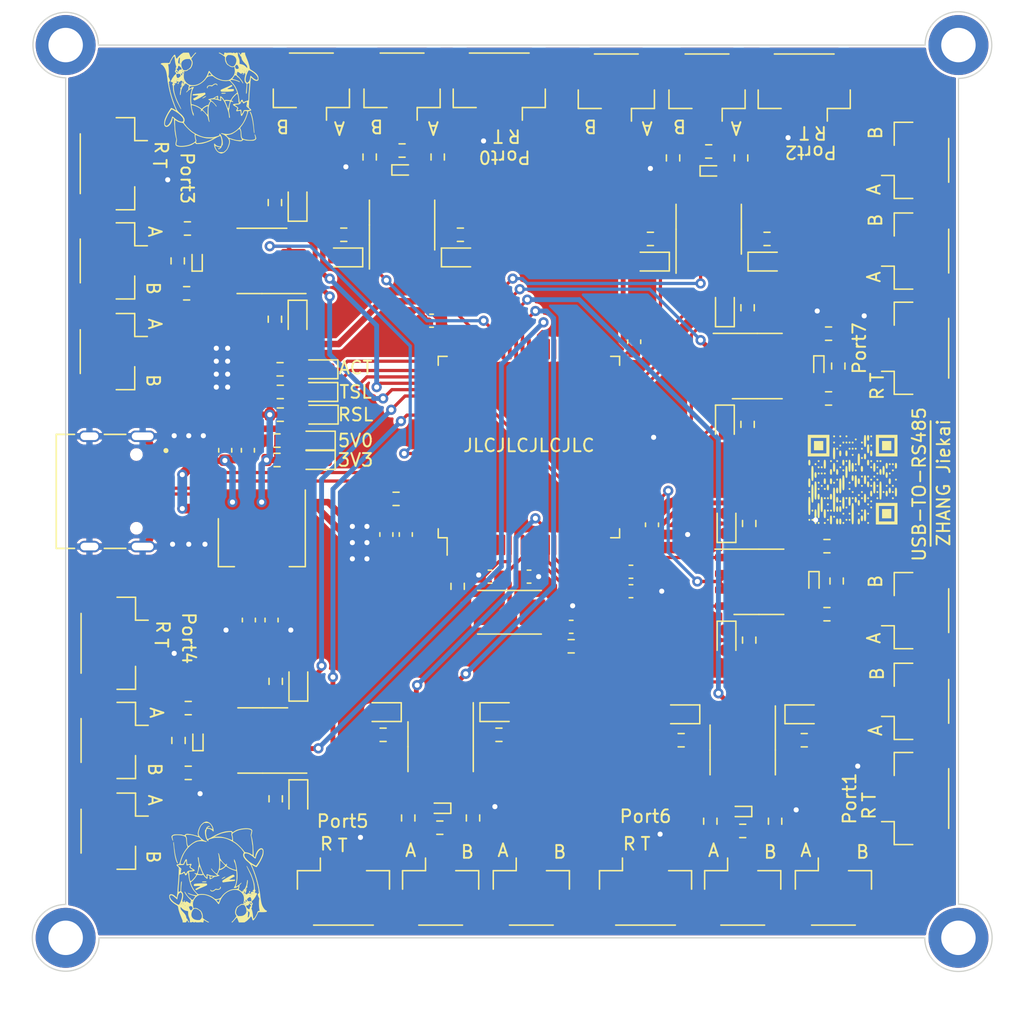
<source format=kicad_pcb>
(kicad_pcb (version 20211014) (generator pcbnew)
  (layers (0 "F.Cu" signal) (31 "B.Cu" signal) (34 "B.Paste" user) (35 "F.Paste" user) (36 "B.SilkS" user "B.Silkscreen") (37 "F.SilkS" user "F.Silkscreen") (38 "B.Mask" user) (39 "F.Mask" user) (44 "Edge.Cuts" user))
  (net 0 "")
  (net 1 "+3.3V")
  (net 2 "GND")
  (net 3 "+5V")
  (net 4 "/RES")
  (net 5 "/XO")
  (net 6 "/XI")
  (net 7 "Net-(D1-Pad2)")
  (net 8 "/ACT")
  (net 9 "Net-(D2-Pad2)")
  (net 10 "/RS")
  (net 11 "Net-(D3-Pad2)")
  (net 12 "/TS")
  (net 13 "Net-(D4-Pad2)")
  (net 14 "Net-(D5-Pad2)")
  (net 15 "/R0")
  (net 16 "Net-(D6-Pad2)")
  (net 17 "/R2")
  (net 18 "Net-(D7-Pad2)")
  (net 19 "/R4")
  (net 20 "Net-(D8-Pad2)")
  (net 21 "/R6")
  (net 22 "Net-(D9-Pad2)")
  (net 23 "/T0")
  (net 24 "Net-(D10-Pad2)")
  (net 25 "/T2")
  (net 26 "Net-(D11-Pad2)")
  (net 27 "/T4")
  (net 28 "Net-(D12-Pad2)")
  (net 29 "/T6")
  (net 30 "Net-(D13-Pad2)")
  (net 31 "Net-(D14-Pad1)")
  (net 32 "Net-(D14-Pad2)")
  (net 33 "Net-(D15-Pad1)")
  (net 34 "Net-(D15-Pad2)")
  (net 35 "Net-(D16-Pad1)")
  (net 36 "Net-(D16-Pad2)")
  (net 37 "Net-(D17-Pad1)")
  (net 38 "Net-(D17-Pad2)")
  (net 39 "/R1")
  (net 40 "Net-(D18-Pad2)")
  (net 41 "/R3")
  (net 42 "Net-(D19-Pad2)")
  (net 43 "/R5")
  (net 44 "Net-(D20-Pad2)")
  (net 45 "/R7")
  (net 46 "Net-(D21-Pad2)")
  (net 47 "/T1")
  (net 48 "Net-(D22-Pad2)")
  (net 49 "/T3")
  (net 50 "Net-(D23-Pad2)")
  (net 51 "/T5")
  (net 52 "Net-(D24-Pad2)")
  (net 53 "/T7")
  (net 54 "Net-(D25-Pad2)")
  (net 55 "Net-(D26-Pad1)")
  (net 56 "Net-(D26-Pad2)")
  (net 57 "Net-(D27-Pad1)")
  (net 58 "Net-(D27-Pad2)")
  (net 59 "Net-(D28-Pad1)")
  (net 60 "Net-(D28-Pad2)")
  (net 61 "Net-(D29-Pad1)")
  (net 62 "Net-(D29-Pad2)")
  (net 64 "/D+")
  (net 65 "/D-")
  (net 69 "Net-(R1-Pad2)")
  (net 70 "/CFG")
  (net 81 "/E1")
  (net 107 "/E4")
  (net 108 "/E5")
  (net 109 "/E6")
  (net 110 "/E7")
  (net 111 "/E2")
  (net 114 "/E0")
  (net 123 "/E3")
  (footprint "Resistor_SMD:R_0603_1608Metric" (layer "F.Cu") (at 176.4885 75.141 90)
    (fp_text reference "R15" hide)
    (fp_text value "2kΩ")
  )
  (footprint "Connector_JST:JST_GH_SM03B-GHS-TB_1x03-1MP_P1.25mm_Horizontal" (layer "F.Cu") (at 205.486 91.694)
    (fp_text reference "J5" hide)
    (fp_text value "Conn_01x03")
  )
  (footprint "Connector_JST:JST_GH_SM03B-GHS-TB_1x03-1MP_P1.25mm_Horizontal" (layer "F.Cu") (at 226.695 49.022 90)
    (fp_text reference "J17" hide)
    (fp_text value "Conn_01x03")
  )
  (footprint "Resistor_SMD:R_0603_1608Metric" (layer "F.Cu") (at 186.88 85.852 -90)
    (fp_text reference "R43" hide)
    (fp_text value "4.7kΩ")
  )
  (footprint "Resistor_SMD:R_0603_1608Metric" (layer "F.Cu") (at 210.439 33.592 180)
    (fp_text reference "R21" hide)
    (fp_text value "120Ω")
  )
  (footprint "Resistor_SMD:R_0603_1608Metric" (layer "F.Cu") (at 215.646 86.106 90)
    (fp_text reference "R28" hide)
    (fp_text value "4.7kΩ")
  )
  (footprint "Resistor_SMD:R_0603_1608Metric" (layer "F.Cu") (at 208.28 79.756 180)
    (fp_text reference "R16" hide)
    (fp_text value "2kΩ")
  )
  (footprint "Resistor_SMD:R_0603_1608Metric" (layer "F.Cu") (at 189.357 86.614)
    (fp_text reference "R44" hide)
    (fp_text value "120Ω")
  )
  (footprint "Resistor_SMD:R_0603_1608Metric" (layer "F.Cu") (at 176.4255 46.746 -90)
    (fp_text reference "R30" hide)
    (fp_text value "2kΩ")
  )
  (footprint "Resistor_SMD:R_0603_1608Metric" (layer "F.Cu") (at 213.487 45.847 90)
    (fp_text reference "R32" hide)
    (fp_text value "2kΩ")
  )
  (footprint "LED_SMD:LED_0603_1608Metric" (layer "F.Cu") (at 179.87725 50.673 180)
    (fp_text reference "D2" hide)
    (fp_text value "LED")
  )
  (footprint "MountingHole:MountingHole_2.7mm_M2.5_DIN965_Pad_TopBottom" (layer "F.Cu") (at 230.02 95.25)
    (fp_text reference "H1" hide)
    (fp_text value "MountingHole")
  )
  (footprint "Resistor_SMD:R_0603_1608Metric" (layer "F.Cu") (at 169.6305 82.316)
    (fp_text reference "R25" hide)
    (fp_text value "4.7kΩ")
  )
  (footprint "LED_SMD:LED_0603_1608Metric" (layer "F.Cu") (at 211.836 71.9075 -90)
    (fp_text reference "D22" hide)
    (fp_text value "LED")
  )
  (footprint "Package_QFP:LQFP-100_14x14mm_P0.5mm" (layer "F.Cu") (at 196.342 56.769 90)
    (fp_text reference "U1" hide)
    (fp_text value "CH348L")
  )
  (footprint "Package_SO:SOIC-8_3.9x4.9mm_P1.27mm" (layer "F.Cu") (at 210.439 39.688 90)
    (fp_text reference "U4" hide)
    (fp_text value "MAX3072E")
  )
  (footprint "Connector_JST:JST_GH_SM03B-GHS-TB_1x03-1MP_P1.25mm_Horizontal" (layer "F.Cu") (at 194.017 28.439 180)
    (fp_text reference "J2" hide)
    (fp_text value "Conn_01x03")
  )
  (footprint "Capacitor_SMD:C_0603_1608Metric" (layer "F.Cu") (at 188.709 46.863)
    (fp_text reference "C10" hide)
    (fp_text value "0.1uF")
  )
  (footprint "LED_SMD:LED_0603_1608Metric" (layer "F.Cu") (at 211.709 54.9655 -90)
    (fp_text reference "D25" hide)
    (fp_text value "LED")
  )
  (footprint "Resistor_SMD:R_0603_1608Metric" (layer "F.Cu") (at 199.657 72.39 180)
    (fp_text reference "R7" hide)
    (fp_text value "4.7kΩ")
  )
  (footprint "LED_SMD:LED_0603_1608Metric" (layer "F.Cu") (at 178.2665 84.348 -90)
    (fp_text reference "D8" hide)
    (fp_text value "LED")
  )
  (footprint "LED_SMD:LED_0603_1608Metric" (layer "F.Cu") (at 215.011 42.228)
    (fp_text reference "D11" hide)
    (fp_text value "LED")
  )
  (footprint "Resistor_SMD:R_0603_1608Metric" (layer "F.Cu") (at 169.6305 77.236 180)
    (fp_text reference "R23" hide)
    (fp_text value "4.7kΩ")
  )
  (footprint "Resistor_SMD:R_0603_1608Metric" (layer "F.Cu") (at 176.4885 84.348 -90)
    (fp_text reference "R11" hide)
    (fp_text value "2kΩ")
  )
  (footprint "LED_SMD:LED_0603_1608Metric" (layer "F.Cu") (at 205.867 42.228 180)
    (fp_text reference "D7" hide)
    (fp_text value "LED")
  )
  (footprint "LED_SMD:LED_0603_1608Metric" (layer "F.Cu") (at 190.969 41.901)
    (fp_text reference "D10" hide)
    (fp_text value "LED")
  )
  (footprint "MountingHole:MountingHole_2.7mm_M2.5_DIN965_Pad_TopBottom" (layer "F.Cu") (at 160.02 95.25)
    (fp_text reference "H3" hide)
    (fp_text value "MountingHole")
  )
  (footprint "Resistor_SMD:R_0603_1608Metric" (layer "F.Cu") (at 217.932 79.756)
    (fp_text reference "R12" hide)
    (fp_text value "2kΩ")
  )
  (footprint "Connector_JST:JST_GH_SM02B-GHS-TB_1x02-1MP_P1.25mm_Horizontal" (layer "F.Cu") (at 189.42 91.694)
    (fp_text reference "J22" hide)
    (fp_text value "Conn_RS485")
  )
  (footprint "Connector_JST:JST_GH_SM02B-GHS-TB_1x02-1MP_P1.25mm_Horizontal" (layer "F.Cu") (at 163.7885 86.888 -90)
    (fp_text reference "J10" hide)
    (fp_text value "Conn_RS485")
  )
  (footprint "LOGO" (layer "F.Cu") (at 171.958 90.043)
    (fp_text reference "G***" hide)
    (fp_text value "LOGO" hide)
  )
  (footprint "Capacitor_SMD:C_0603_1608Metric" (layer "F.Cu") (at 193.294 66.929)
    (fp_text reference "C13" hide)
    (fp_text value "22pF")
  )
  (footprint "Resistor_SMD:R_0603_1608Metric" (layer "F.Cu") (at 220.472 67.2725 90)
    (fp_text reference "R38" hide)
    (fp_text value "120Ω")
  )
  (footprint "Connector_JST:JST_GH_SM02B-GHS-TB_1x02-1MP_P1.25mm_Horizontal" (layer "F.Cu") (at 226.695 76.708 90)
    (fp_text reference "J19" hide)
    (fp_text value "Conn_RS485")
  )
  (footprint "Capacitor_SMD:C_0603_1608Metric" (layer "F.Cu") (at 176.163 70.333 -90)
    (fp_text reference "C9" hide)
    (fp_text value "10uF")
  )
  (footprint "Diode_SMD:D_SOD-923" (layer "F.Cu") (at 189.42 85.09 180)
    (fp_text reference "D28" hide)
    (fp_text value "ESD9B3.3ST5G")
  )
  (footprint "Capacitor_SMD:C_0603_1608Metric" (layer "F.Cu") (at 186.69 63.627 90)
    (fp_text reference "C1" hide)
    (fp_text value "0.1uF")
  )
  (footprint "Resistor_SMD:R_0603_1608Metric" (layer "F.Cu") (at 189.191 34.027 90)
    (fp_text reference "R17" hide)
    (fp_text value "4.7kΩ")
  )
  (footprint "LOGO" (layer "F.Cu") (at 221.742 59.309 -90)
    (fp_text reference "G***" hide)
    (fp_text value "LOGO" hide)
  )
  (footprint "Resistor_SMD:R_0603_1608Metric" (layer "F.Cu") (at 186.397 33.519 180)
    (fp_text reference "R18" hide)
    (fp_text value "120Ω")
  )
  (footprint "Capacitor_SMD:C_0603_1608Metric" (layer "F.Cu") (at 174.385 70.333 -90)
    (fp_text reference "C8" hide)
    (fp_text value "0.1uF")
  )
  (footprint "Resistor_SMD:R_0603_1608Metric" (layer "F.Cu") (at 213.614 71.9075 -90)
    (fp_text reference "R33" hide)
    (fp_text value "2kΩ")
  )
  (footprint "Resistor_SMD:R_0603_1608Metric" (layer "F.Cu") (at 169.5045 44.714)
    (fp_text reference "R42" hide)
    (fp_text value "4.7kΩ")
  )
  (footprint "LED_SMD:LED_0603_1608Metric" (layer "F.Cu") (at 211.709 45.847 90)
    (fp_text reference "D21" hide)
    (fp_text value "LED")
  )
  (footprint "Connector_JST:JST_GH_SM02B-GHS-TB_1x02-1MP_P1.25mm_Horizontal" (layer "F.Cu") (at 220.218 91.694)
    (fp_text reference "J13" hide)
    (fp_text value "Conn_RS485")
  )
  (footprint "LED_SMD:LED_0603_1608Metric" (layer "F.Cu") (at 217.9065 77.724)
    (fp_text reference "D9" hide)
    (fp_text value "LED")
  )
  (footprint "LED_SMD:LED_0603_1608Metric" (layer "F.Cu") (at 208.2545 77.724 180)
    (fp_text reference "D13" hide)
    (fp_text value "LED")
  )
  (footprint "Resistor_SMD:R_0603_1608Metric" (layer "F.Cu") (at 176.848 52.451 180)
    (fp_text reference "R5" hide)
    (fp_text value "2kΩ")
  )
  (footprint "Connector_JST:JST_GH_SM03B-GHS-TB_1x03-1MP_P1.25mm_Horizontal" (layer "F.Cu") (at 181.8 91.694)
    (fp_text reference "J16" hide)
    (fp_text value "Conn_01x03")
  )
  (footprint "Capacitor_SMD:C_0603_1608Metric" (layer "F.Cu") (at 205.994 62.865 -90)
    (fp_text reference "C14" hide)
    (fp_text value "0.1uF")
  )
  (footprint "Capacitor_SMD:C_0603_1608Metric" (layer "F.Cu") (at 204.597 48.514 -90)
    (fp_text reference "C12" hide)
    (fp_text value "0.1uF")
  )
  (footprint "LED_SMD:LED_0603_1608Metric" (layer "F.Cu") (at 178.2665 75.204 90)
    (fp_text reference "D12" hide)
    (fp_text value "LED")
  )
  (footprint "Connector_JST:JST_GH_SM03B-GHS-TB_1x03-1MP_P1.25mm_Horizontal" (layer "F.Cu") (at 217.929 28.512 180)
    (fp_text reference "J3" hide)
    (fp_text value "Conn_01x03")
  )
  (footprint "LOGO" (layer "F.Cu") (at 171.323 29.845 180)
    (fp_text reference "G***" hide)
    (fp_text value "LOGO" hide)
  )
  (footprint "Connector_JST:JST_GH_SM02B-GHS-TB_1x02-1MP_P1.25mm_Horizontal" (layer "F.Cu") (at 163.7255 42.174 -90)
    (fp_text reference "J20" hide)
    (fp_text value "Conn_RS485")
  )
  (footprint "LED_SMD:LED_0603_1608Metric" (layer "F.Cu") (at 179.8705 52.451 180)
    (fp_text reference "D4" hide)
    (fp_text value "LED")
  )
  (footprint "Connector_JST:JST_GH_SM02B-GHS-TB_1x02-1MP_P1.25mm_Horizontal" (layer "F.Cu") (at 196.532 91.694)
    (fp_text reference "J23" hide)
    (fp_text value "Conn_RS485")
  )
  (footprint "Resistor_SMD:R_0603_1608Metric" (layer "F.Cu") (at 181.825 40.123 180)
    (fp_text reference "R9" hide)
    (fp_text value "2kΩ")
  )
  (footprint "LED_SMD:LED_0603_1608Metric" (layer "F.Cu") (at 179.896 54.229 180)
    (fp_text reference "D3" hide)
    (fp_text value "LED")
  )
  (footprint "Diode_SMD:D_SOD-923" (layer "F.Cu") (at 170.3925 79.776 90)
    (fp_text reference "D16" hide)
    (fp_text value "ESD9B3.3ST5G")
  )
  (footprint "Capacitor_SMD:C_0603_1608Metric" (layer "F.Cu") (at 204.343 68.072)
    (fp_text reference "C4" hide)
    (fp_text value "0.1uF")
  )
  (footprint "Resistor_SMD:R_0603_1608Metric" (layer "F.Cu") (at 168.8685 79.776 -90)
    (fp_text reference "R24" hide)
    (fp_text value "120Ω")
  )
  (footprint "Package_SO:SOIC-8_3.9x4.9mm_P1.27mm" (layer "F.Cu") (at 175.4095 42.174 180)
    (fp_text reference "U8" hide)
    (fp_text value "MAX3072E")
  )
  (footprint "Resistor_SMD:R_0603_1608Metric" (layer "F.Cu") (at 213.487 54.991 -90)
    (fp_text reference "R36" hide)
    (fp_text value "2kΩ")
  )
  (footprint "Package_SO:SOIC-8_3.9x4.9mm_P1.27mm" (layer "F.Cu") (at 189.42 80.264 -90)
    (fp_text reference "U9" hide)
    (fp_text value "MAX3072E")
  )
  (footprint "Resistor_SMD:R_0603_1608Metric" (layer "F.Cu") (at 183.857 34.027 -90)
    (fp_text reference "R19" hide)
    (fp_text value "4.7kΩ")
  )
  (footprint "Resistor_SMD:R_0603_1608Metric" (layer "F.Cu") (at 210.566 86.106 -90)
    (fp_text reference "R26" hide)
    (fp_text value "4.7kΩ")
  )
  (footprint "Diode_SMD:D_SOD-923" (layer "F.Cu") (at 219.075 50.419 -90)
    (fp_text reference "D29" hide)
    (fp_text value "ESD9B3.3ST5G")
  )
  (footprint "Package_SO:SOIC-8_3.9x4.9mm_P1.27mm" (layer "F.Cu") (at 214.249 50.419)
    (fp_text reference "U10" hide)
    (fp_text value "MAX3072E")
  )
  (footprint "Resistor_SMD:R_0603_1608Metric" (layer "F.Cu") (at 176.848 54.229 180)
    (fp_text reference "R4" hide)
    (fp_text value "2kΩ")
  )
  (footprint "Resistor_SMD:R_0603_1608Metric" (layer "F.Cu") (at 205.867 40.45 180)
    (fp_text reference "R10" hide)
    (fp_text value "2kΩ")
  )
  (footprint "hro-type-c:HRO_TYPE-C-31-M-12" (layer "F.Cu") (at 161.8835 60.246 -90)
    (fp_text reference "J1" hide)
    (fp_text value "TYPE-C-31-M-12")
  )
  (footprint "LED_SMD:LED_0603_1608Metric" (layer "F.Cu") (at 181.825 41.901 180)
    (fp_text reference "D6" hide)
    (fp_text value "LED")
  )
  (footprint "Connector_JST:JST_GH_SM02B-GHS-TB_1x02-1MP_P1.25mm_Horizontal" (layer "F.Cu") (at 163.7255 49.286 -90)
    (fp_text reference "J21" hide)
    (fp_text value "Conn_RS485")
  )
  (footprint "Resistor_SMD:R_0603_1608Metric" (layer "F.Cu") (at 191.96 85.852 90)
    (fp_text reference "R45" hide)
    (fp_text value "4.7kΩ")
  )
  (footprint "Resistor_SMD:R_0603_1608Metric" (layer "F.Cu") (at 219.71 69.8755)
    (fp_text reference "R37" hide)
    (fp_text value "4.7kΩ")
  )
  (footprint "Package_SO:SOIC-8_3.9x4.9mm_P1.27mm" (layer "F.Cu") (at 214.376 67.3355)
    (fp_text reference "U7" hide)
    (fp_text value "MAX3072E")
  )
  (footprint "Diode_SMD:D_SOD-923" (layer "F.Cu") (at 170.3295 42.174 90)
    (fp_text reference "D27" hide)
    (fp_text value "ESD9B3.3ST5G")
  )
  (footprint "MountingHole:MountingHole_2.7mm_M2.5_DIN965_Pad_TopBottom" (layer "F.Cu") (at 230.02 25.25)
    (fp_text reference "H4" hide)
    (fp_text value "MountingHole")
  )
  (footprint "MountingHole:MountingHole_2.7mm_M2.5_DIN965_Pad_TopBottom" (layer "F.Cu") (at 160.02 25.25)
    (fp_text reference "H2" hide)
    (fp_text value "MountingHole")
  )
  (footprint "Connector_JST:JST_GH_SM03B-GHS-TB_1x03-1MP_P1.25mm_Horizontal" (layer "F.Cu") (at 163.7885 72.156 -90)
    (fp_text reference "J4" hide)
    (fp_text value "Conn_01x03")
  )
  (footprint "Capacitor_SMD:C_0603_1608Metric" (layer "F.Cu") (at 172.53 57.023 90)
    (fp_text reference "C5" hide)
    (fp_text value "10uF")
  )
  (footprint "Connector_JST:JST_GH_SM02B-GHS-TB_1x02-1MP_P1.25mm_Horizontal" (layer "F.Cu") (at 203.197 28.512 180)
    (fp_text reference "J9" hide)
    (fp_text value "Conn_RS485")
  )
  (footprint "Diode_SMD:D_SOD-923" (layer "F.Cu") (at 218.694 67.3355 -90)
    (fp_text reference "D26" hide)
    (fp_text value "ESD9B3.3ST5G")
  )
  (footprint "Resistor_SMD:R_0603_1608Metric" (layer "F.Cu") (at 215.011 40.45)
    (fp_text reference "R14" hide)
    (fp_text value "2kΩ")
  )
  (footprint "Resistor_SMD:R_0603_1608Metric" (layer "F.Cu") (at 219.71 64.5415 180)
    (fp_text reference "R39" hide)
    (fp_text value "4.7kΩ")
  )
  (footprint "LED_SMD:LED_0603_1608Metric" (layer "F.Cu") (at 178.2035 37.5765 90)
    (fp_text reference "D23" hide)
    (fp_text value "LED")
  )
  (footprint "Connector_JST:JST_GH_SM02B-GHS-TB_1x02-1MP_P1.25mm_Horizontal" (layer "F.Cu") (at 210.309 28.512 180)
    (fp_text reference "J8" hide)
    (fp_text value "Conn_RS485")
  )
  (footprint "Package_SO:SOIC-8_3.9x4.9mm_P1.27mm" (layer "F.Cu") (at 186.397 39.361 90)
    (fp_text reference "U3" hide)
    (fp_text value "MAX3072E")
  )
  (footprint "LED_SMD:LED_0603_1608Metric" (layer "F.Cu") (at 193.992 77.552)
    (fp_text reference "D20" hide)
    (fp_text value "LED")
  )
  (footprint "Resistor_SMD:R_0603_1608Metric" (layer "F.Cu") (at 207.645 34.1 -90)
    (fp_text reference "R22" hide)
    (fp_text value "4.7kΩ")
  )
  (footprint "LED_SMD:LED_0603_1608Metric" (layer "F.Cu") (at 178.2035 46.746 -90)
    (fp_text reference "D19" hide)
    (fp_text value "LED")
  )
  (footprint "Connector_JST:JST_GH_SM02B-GHS-TB_1x02-1MP_P1.25mm_Horizontal" (layer "F.Cu") (at 226.695 34.29 90)
    (fp_text reference "J25" hide)
    (fp_text value "Conn_RS485")
  )
  (footprint "Resistor_SMD:R_0603_1608Metric" (layer "F.Cu") (at 212.979 34.1 90)
    (fp_text reference "R20" hide)
    (fp_text value "4.7kΩ")
  )
  (footprint "Connector_JST:JST_GH_SM02B-GHS-TB_1x02-1MP_P1.25mm_Horizontal" (layer "F.Cu") (at 213.106 91.694)
    (fp_text reference "J12" hide)
    (fp_text value "Conn_RS485")
  )
  (footprint "Diode_SMD:D_SOD-923" (layer "F.Cu") (at 186.397 35.043)
    (fp_text reference "D14" hide)
    (fp_text value "ESD9B3.3ST5G")
  )
  (footprint "Resistor_SMD:R_0603_1608Metric" (layer "F.Cu") (at 213.106 86.868)
    (fp_text reference "R27" hide)
    (fp_text value "120Ω")
  )
  (footprint "Connector_JST:JST_GH_SM02B-GHS-TB_1x02-1MP_P1.25mm_Horizontal" (layer "F.Cu") (at 226.695 41.402 90)
    (fp_text reference "J24" hide)
    (fp_text value "Conn_RS485")
  )
  (footprint "Connector_JST:JST_GH_SM02B-GHS-TB_1x02-1MP_P1.25mm_Horizontal" (layer "F.Cu") (at 163.7885 79.776 -90)
    (fp_text reference "J11" hide)
    (fp_text value "Conn_RS485")
  )
  (footprint "Diode_SMD:D_SOD-923" (layer "F.Cu") (at 210.563 35.116)
    (fp_text reference "D15" hide)
    (fp_text value "ESD9B3.3ST5G")
  )
  (footprint "Resistor_SMD:R_0603_1608Metric" (layer "F.Cu") (at 176.82925 50.673 180)
    (fp_text reference "R3" hide)
    (fp_text value "2kΩ")
  )
  (footprint "Resistor_SMD:R_0603_1608Metric" (layer "F.Cu") (at 219.837 52.959)
    (fp_text reference "R46" hide)
    (fp_text value "4.7kΩ")
  )
  (footprint "LED_SMD:LED_0603_1608Metric" (layer "F.Cu") (at 179.6675 57.785 180)
    (fp_text reference "D1" hide)
    (fp_text value "LED")
  )
  (footprint "Resistor_SMD:R_0603_1608Metric" (layer "F.Cu") (at 213.614 62.7635 90)
    (fp_text reference "R29" hide)
    (fp_text value "2kΩ")
  )
  (footprint "LED_SMD:LED_0603_1608Metric" (layer "F.Cu") (at 179.6675 56.261 180)
    (fp_text reference "D5" hide)
    (fp_text value "LED")
  )
  (footprint "Resistor_SMD:R_0603_1608Metric" (layer "F.Cu") (at 176.4255 37.602 90)
    (fp_text reference "R34" hide)
    (fp_text value "2kΩ")
  )
  (footprint "Connector_JST:JST_GH_SM02B-GHS-TB_1x02-1MP_P1.25mm_Horizontal" (layer "F.Cu") (at 186.397 28.439 180)
    (fp_text reference "J6" hide)
    (fp_text value "Conn_RS485")
  )
  (footprint "Resistor_SMD:R_0603_1608Metric" (layer "F.Cu") (at 176.594 56.261 180)
    (fp_text reference "R6" hide)
    (fp_text value "2kΩ")
  )
  (footprint "Resistor_SMD:R_0603_1608Metric" (layer "F.Cu") (at 169.5675 39.634 180)
    (fp_text reference "R40" hide)
    (fp_text value "4.7kΩ")
  )
  (footprint "Crystal:Crystal_SMD_Qantek_QC5CB-2Pin_5x3.2mm" (layer "F.Cu") (at 194.818 69.723)
    (fp_text reference "Y1" hide)
    (fp_text value "8MHz")
  )
  (footprint "Resistor_SMD:R_0603_1608Metric" (layer "F.Cu") (at 220.599 50.419 90)
    (fp_text reference "R47" hide)
    (fp_text value "120Ω")
  )
  (footprint "Connector_JST:JST_GH_SM02B-GHS-TB_1x02-1MP_P1.25mm_Horizontal" (layer "F.Cu") (at 226.695 69.596 90)
    (fp_text reference "J18" hide)
    (fp_text value "Conn_RS485")
  )
  (footprint "Capacitor_SMD:C_0603_1608Metric" (layer "F.Cu") (at 199.657 70.866)
    (fp_text reference "C7" hide)
    (fp_text value "0.1uF")
  )
  (footprint "Package_SO:SOIC-8_3.9x4.9mm_P1.27mm" (layer "F.Cu") (at 175.4725 79.776 180)
    (fp_text reference "U5" hide)
    (fp_text value "MAX3072E")
  )
  (footprint "Resistor_SMD:R_0603_1608Metric" (layer "F.Cu") (at 176.594 57.785 180)
    (fp_text reference "R2" hide)
    (fp_text value "2kΩ")
  )
  (footprint "Capacitor_SMD:C_0603_1608Metric" (layer "F.Cu") (at 174.308 57.023 90)
    (fp_text reference "C6" hide)
    (fp_text value "0.1uF")
  )
  (footprint "LED_SMD:LED_0603_1608Metric" (layer "F.Cu") (at 211.836 62.7635 90)
    (fp_text reference "D18" hide)
    (fp_text value "LED")
  )
  (footprint "Connector_JST:JST_GH_SM02B-GHS-TB_1x02-1MP_P1.25mm_Horizontal" (layer "F.Cu") (at 179.285 28.439 180)
    (fp_text reference "J7" hide)
    (fp_text value "Conn_RS485")
  )
  (footprint "Resistor_SMD:R_0603_1608Metric" (layer "F.Cu") (at 185.928 60.833)
    (fp_text reference "R1" hide)
    (fp_text value "4.7kΩ")
  )
  (footprint "Resistor_SMD:R_0603_1608Metric" (layer "F.Cu") (at 168.8055 42.174 -90)
    (fp_text reference "R41" hide)
    (fp_text value "120Ω")
  )
  (footprint "Capacitor_SMD:C_0603_1608Metric" (layer "F.Cu") (at 204.343 66.548)
    (fp_text reference "C3" hide)
    (fp_text value "0.1uF")
  )
  (footprint "Capacitor_SMD:C_0603_1608Metric" (layer "F.Cu") (at 185.166 63.627 90)
    (fp_text reference "C2" hide)
    (fp_text value "0.1uF")
  )
  (footprint "Diode_SMD:D_SOD-923" (layer "F.Cu") (at 213.018 85.344 180)
    (fp_text reference "D17" hide)
    (fp_text value "ESD9B3.3ST5G")
  )
  (footprint "Resistor_SMD:R_0603_1608Metric" (layer "F.Cu") (at 193.992 79.33)
    (fp_text reference "R31" hide)
    (fp_text value "2kΩ")
  )
  (footprint "Package_TO_SOT_SMD:SOT-223-3_TabPin2" (layer "F.Cu") (at 175.401 64.237 -90)
    (fp_text reference "U2" hide)
    (fp_text value "AMS1117-3.3")
  )
  (footprint "Connector_JST:JST_GH_SM03B-GHS-TB_1x03-1MP_P1.25mm_Horizontal" (layer "F.Cu") (at 226.695 84.328 90)
    (fp_text reference "J14" hide)
    (fp_text value "Conn_01x03")
  )
  (footprint "LED_SMD:LED_0603_1608Metric" (layer "F.Cu") (at 184.848 77.552 180)
    (fp_text reference "D24" hide)
    (fp_text value "LED")
  )
  (footprint "Connector_JST:JST_GH_SM03B-GHS-TB_1x03-1MP_P1.25mm_Horizontal" (layer "F.Cu") (at 163.7255 34.554 -90)
    (fp_text reference "J15" hide)
    (fp_text value "Conn_01x03")
  )
  (footprint "Capacitor_SMD:C_0603_1608Metric" (layer "F.Cu") (at 196.355 66.929 180)
    (fp_text reference "C11" hide)
    (fp_text value "22pF")
  )
  (footprint "Resistor_SMD:R_0603_1608Metric" (layer "F.Cu") (at 219.837 47.879 180)
    (fp_text reference "R48" hide)
    (fp_text value "4.7kΩ")
  )
  (footprint "Resistor_SMD:R_0603_1608Metric" (layer "F.Cu") (at 190.969 40.123)
    (fp_text reference "R13" hide)
    (fp_text value "2kΩ")
  )
  (footprint "Resistor_SMD:R_0603_1608Metric" (layer "F.Cu") (at 190.754 67.691 90)
    (fp_text reference "R8" hide)
    (fp_text value "1kΩ")
  )
  (footprint "Resistor_SMD:R_0603_1608Metric" (layer "F.Cu") (at 184.911 79.33 180)
    (fp_text reference "R35" hide)
    (fp_text value "2kΩ")
  )
  (footprint "Package_SO:SOIC-8_3.9x4.9mm_P1.27mm" (layer "F.Cu") (at 213.106 80.518 -90)
    (fp_text reference "U6" hide)
    (fp_text value "MAX3072E")
  )
  (gr_line (start 227.838 54.737) (end 227.838 64.516) (layer "F.SilkS") (width 0.15))
  (gr_arc (start 162.6362 95.2524) (mid 158.169218 97.099085) (end 160.02 92.633799) (layer "Edge.Cuts") (width 0.1))
  (gr_line (start 160.02 27.8154) (end 160.02 92.633799) (layer "Edge.Cuts") (width 0.1))
  (gr_arc (start 230.0224 92.6108) (mid 231.886205 97.116189) (end 227.3808 95.252423) (layer "Edge.Cuts") (width 0.1))
  (gr_line (start 162.6362 95.2524) (end 227.3808 95.252423) (layer "Edge.Cuts") (width 0.1))
  (gr_line (start 162.5854 25.25) (end 227.4062 25.25) (layer "Edge.Cuts") (width 0.1))
  (gr_line (start 230.0224 92.6108) (end 230.022398 27.863799) (layer "Edge.Cuts") (width 0.1))
  (gr_arc (start 160.02 27.8154) (mid 158.205988 23.435988) (end 162.5854 25.25) (layer "Edge.Cuts") (width 0.1))
  (gr_arc (start 227.4062 25.25) (mid 231.867388 23.400917) (end 230.022398 27.863799) (layer "Edge.Cuts") (width 0.1))
  (gr_text "B\n" (at 201.168 31.623 180) (layer "F.SilkS") (effects (font (size 1 1))))
  (gr_text "TSL\n" (at 182.753 52.451) (layer "F.SilkS") (effects (font (size 1 1))))
  (gr_text "R\n" (at 167.513 33.274 270) (layer "F.SilkS") (effects (font (size 1 1))))
  (gr_text "A" (at 194.31 88.392) (layer "F.SilkS") (effects (font (size 1 1))))
  (gr_text "A" (at 223.393 36.576 90) (layer "F.SilkS") (effects (font (size 1 1))))
  (gr_text "B\n" (at 223.647 74.549 90) (layer "F.SilkS") (effects (font (size 1 1))))
  (gr_text "T\n" (at 167.513 72.136 270) (layer "F.SilkS") (effects (font (size 1 1))))
  (gr_text "T\n" (at 217.932 32.131 180) (layer "F.SilkS") (effects (font (size 1 1))))
  (gr_text "Port7" (at 222.25 49.022 90) (layer "F.SilkS") (effects (font (size 1 1))))
  (gr_text "A" (at 167.132 77.597 270) (layer "F.SilkS") (effects (font (size 1 1))))
  (gr_text "Port4" (at 169.672 71.755 270) (layer "F.SilkS") (effects (font (size 1 1))))
  (gr_text "B\n" (at 223.52 32.131 90) (layer "F.SilkS") (effects (font (size 1 1))))
  (gr_text "A" (at 167.005 84.455 270) (layer "F.SilkS") (effects (font (size 1 1))))
  (gr_text "B\n" (at 223.52 38.989 90) (layer "F.SilkS") (effects (font (size 1 1))))
  (gr_text "B\n" (at 208.153 31.623 180) (layer "F.SilkS") (effects (font (size 1 1))))
  (gr_text "B\n" (at 166.878 44.323 270) (layer "F.SilkS") (effects (font (size 1 1))))
  (gr_text "B\n" (at 166.878 88.9 270) (layer "F.SilkS") (effects (font (size 1 1))))
  (gr_text "JLCJLCJLCJLC" (at 196.342 56.642) (layer "F.SilkS") (effects (font (size 1 1))))
  (gr_text "Port6" (at 205.486 85.725) (layer "F.SilkS") (effects (font (size 1 1))))
  (gr_text "A" (at 223.393 71.755 90) (layer "F.SilkS") (effects (font (size 1 1))))
  (gr_text "T\n" (at 205.486 87.884) (layer "F.SilkS") (effects (font (size 1 1))))
  (gr_text "T\n" (at 223.012 84.201 90) (layer "F.SilkS") (effects (font (size 1 1))))
  (gr_text "Port0\n" (at 194.437 34.036 180) (layer "F.SilkS") (effects (font (size 1 1))))
  (gr_text "A" (at 188.849 31.75 180) (layer "F.SilkS") (effects (font (size 1 1))))
  (gr_text "T\n" (at 223.647 51.308 90) (layer "F.SilkS") (effects (font (size 1 1))))
  (gr_text "USB-TO-RS485" (at 226.949 59.69 90) (layer "F.SilkS") (effects (font (size 1 1))))
  (gr_text "T\n" (at 167.386 34.544 270) (layer "F.SilkS") (effects (font (size 1 1))))
  (gr_text "A" (at 181.483 31.75 180) (layer "F.SilkS") (effects (font (size 1 1))))
  (gr_text "A" (at 167.005 39.878 270) (layer "F.SilkS") (effects (font (size 1 1))))
  (gr_text "B\n" (at 166.878 51.562 270) (layer "F.SilkS") (effects (font (size 1 1))))
  (gr_text "Port5" (at 181.737 86.106) (layer "F.SilkS") (effects (font (size 1 1))))
  (gr_text "R\n" (at 223.012 85.471 90) (layer "F.SilkS") (effects (font (size 1 1))))
  (gr_text "ZHANG Jiekai\n" (at 228.854 59.563 90) (layer "F.SilkS") (effects (font (size 1 1))))
  (gr_text "T\n" (at 181.737 88.011) (layer "F.SilkS") (effects (font (size 1 1))))
  (gr_text "R\n" (at 219.202 32.131 180) (layer "F.SilkS") (effects (font (size 1 1))))
  (gr_text "B\n" (at 177.038 31.623 180) (layer "F.SilkS") (effects (font (size 1 1))))
  (gr_text "B\n" (at 167.005 82.042 270) (layer "F.SilkS") (effects (font (size 1 1))))
  (gr_text "A" (at 223.393 43.434 90) (layer "F.SilkS") (effects (font (size 1 1))))
  (gr_text "R\n" (at 180.467 87.884) (layer "F.SilkS") (effects (font (size 1 1))))
  (gr_text "B\n" (at 223.52 67.31 90) (layer "F.SilkS") (effects (font (size 1 1))))
  (gr_text "B\n" (at 191.516 88.519) (layer "F.SilkS") (effects (font (size 1 1))))
  (gr_text "A" (at 212.598 31.75 180) (layer "F.SilkS") (effects (font (size 1 1))))
  (gr_text "A" (at 223.52 78.994 90) (layer "F.SilkS") (effects (font (size 1 1))))
  (gr_text "3V3" (at 182.753 57.785) (layer "F.SilkS") (effects (font (size 1 1))))
  (gr_text "B\n" (at 198.755 88.519) (layer "F.SilkS") (effects (font (size 1 1))))
  (gr_text "B\n" (at 222.504 88.519) (layer "F.SilkS") (effects (font (size 1 1))))
  (gr_text "RSL" (at 182.753 54.229) (layer "F.SilkS") (effects (font (size 1 1))))
  (gr_text "B\n" (at 184.404 31.623 180) (layer "F.SilkS") (effects (font (size 1 1))))
  (gr_text "R\n" (at 167.64 70.866 270) (layer "F.SilkS") (effects (font (size 1 1))))
  (gr_text "5V0" (at 182.753 56.261) (layer "F.SilkS") (effects (font (size 1 1))))
  (gr_text "Port2" (at 218.44 33.655 180) (layer "F.SilkS") (effects (font (size 1 1))))
  (gr_text "R\n" (at 223.647 52.578 90) (layer "F.SilkS") (effects (font (size 1 1))))
  (gr_text "B\n" (at 215.265 88.519) (layer "F.SilkS") (effects (font (size 1 1))))
  (gr_text "A" (at 187.071 88.392) (layer "F.SilkS") (effects (font (size 1 1))))
  (gr_text "T\n" (at 193.929 32.385 180) (layer "F.SilkS") (effects (font (size 1 1))))
  (gr_text "R\n" (at 195.199 32.385 180) (layer "F.SilkS") (effects (font (size 1 1))))
  (gr_text "Port1" (at 221.488 84.328 90) (layer "F.SilkS") (effects (font (size 1 1))))
  (gr_text "R\n" (at 204.216 87.884) (layer "F.SilkS") (effects (font (size 1 1))))
  (gr_text "ACT\n" (at 182.753 50.546) (layer "F.SilkS") (effects (font (size 1 1))))
  (gr_text "A" (at 205.613 31.75 180) (layer "F.SilkS") (effects (font (size 1 1))))
  (gr_text "A" (at 167.005 47.117 270) (layer "F.SilkS") (effects (font (size 1 1))))
  (gr_text "Port3\n" (at 169.545 35.687 270) (layer "F.SilkS") (effects (font (size 1 1))))
  (gr_text "A" (at 218.059 88.392) (layer "F.SilkS") (effects (font (size 1 1))))
  (gr_text "A" (at 210.82 88.392) (layer "F.SilkS") (effects (font (size 1 1))))
  (segment (start 204.017 61.769) (end 205.673 61.769) (width 0.254) (layer "F.Cu") (net 1))
  (segment (start 205.673 61.769) (end 205.994 62.09) (width 0.254) (layer "F.Cu") (net 1))
  (segment (start 187.934 46.863) (end 188.111 46.863) (width 0.254) (layer "F.Cu") (net 1))
  (segment (start 188.111 46.863) (end 190.342 49.094) (width 0.254) (layer "F.Cu") (net 1))
  (via (at 175.768 57.785) (size 0.8) (drill 0.4) (layers "F.Cu" "B.Cu") (net 1))
  (via (at 176.022 54.229) (size 0.8) (drill 0.4) (layers "F.Cu" "B.Cu") (net 1))
  (via (at 175.387 61.087) (size 0.8) (drill 0.4) (layers "F.Cu" "B.Cu") (net 1))
  (segment (start 175.387 61.087) (end 175.387 58.166) (width 0.508) (layer "B.Cu") (net 1))
  (segment (start 176.022 57.531) (end 175.768 57.785) (width 0.508) (layer "B.Cu") (net 1))
  (segment (start 176.022 54.229) (end 176.022 57.531) (width 0.508) (layer "B.Cu") (net 1))
  (segment (start 175.387 58.166) (end 175.768 57.785) (width 0.508) (layer "B.Cu") (net 1))
  (segment (start 169.672 55.88) (end 170.815 55.88) (width 0.508) (layer "F.Cu") (net 2))
  (segment (start 183.642 62.992) (end 183.642 62.294) (width 0.508) (layer "F.Cu") (net 2))
  (segment (start 206.736 89.844) (end 206.736 87.229) (width 0.762) (layer "F.Cu") (net 2))
  (segment (start 208.788 63.627) (end 206.007 63.627) (width 0.762) (layer "F.Cu") (net 2))
  (segment (start 170.3295 47.5205) (end 171.831 49.022) (width 0.381) (layer "F.Cu") (net 2))
  (segment (start 218.9565 47.8235) (end 219.012 47.879) (width 0.381) (layer "F.Cu") (net 2))
  (segment (start 188.302 37.355382) (end 187.405882 38.2515) (width 0.381) (layer "F.Cu") (net 2))
  (segment (start 206.121 56.119) (end 206.121 56.007) (width 0.254) (layer "F.Cu") (net 2))
  (segment (start 173.540882 45.212) (end 170.8275 45.212) (width 0.381) (layer "F.Cu") (net 2))
  (segment (start 203.7315 48.4235) (end 204.597 49.289) (width 0.381) (layer "F.Cu") (net 2))
  (segment (start 204.017 57.269) (end 204.971 57.269) (width 0.254) (layer "F.Cu") (net 2))
  (segment (start 185.166 62.852) (end 183.782 62.852) (width 0.508) (layer "F.Cu") (net 2))
  (segment (start 206.007 63.627) (end 205.994 63.64) (width 0.762) (layer "F.Cu") (net 2))
  (segment (start 191.605382 81.28) (end 188.087 81.28) (width 0.381) (layer "F.Cu") (net 2))
  (segment (start 204.017 62.269) (end 204.89 62.269) (width 0.254) (layer "F.Cu") (net 2))
  (segment (start 183.642 65.532) (end 183.642 64.262) (width 0.508) (layer "F.Cu") (net 2))
  (segment (start 218.948 47.815) (end 219.012 47.879) (width 0.762) (layer "F.Cu") (net 2))
  (segment (start 170.511 82.3715) (end 170.4555 82.316) (width 0.381) (layer "F.Cu") (net 2))
  (segment (start 192.0155 81.690118) (end 191.605382 81.28) (width 0.381) (layer "F.Cu") (net 2))
  (segment (start 199.842 65.601646) (end 203.114354 68.874) (width 0.254) (layer "F.Cu") (net 2))
  (segment (start 218.885 64.5415) (end 216.000618 64.5415) (width 0.381) (layer "F.Cu") (net 2))
  (segment (start 174.308 48.6925) (end 181.4315 48.6925) (width 0.508) (layer "F.Cu") (net 2))
  (segment (start 172.53 56.248) (end 174.308 56.248) (width 0.508) (layer "F.Cu") (net 2))
  (segment (start 180.455 56.261) (end 179.526 55.332) (width 0.508) (layer "F.Cu") (net 2))
  (segment (start 185.103 60.833) (end 185.103 62.789) (width 0.508) (layer "F.Cu") (net 2))
  (segment (start 207.645 34.925) (end 203.7315 38.8385) (width 0.381) (layer "F.Cu") (net 2))
  (segment (start 192.767 32.747) (end 192.786 32.766) (width 0.762) (layer "F.Cu") (net 2))
  (segment (start 182.499 62.992) (end 180.594 61.087) (width 0.508) (layer "F.Cu") (net 2))
  (segment (start 204.89 62.269) (end 205.994 63.373) (width 0.254) (layer "F.Cu") (net 2))
  (segment (start 203.148486 51.269) (end 202.89 51.010514) (width 0.254) (layer "F.Cu") (net 2))
  (segment (start 215.4915 61.148) (end 208.486 61.148) (width 0.381) (layer "F.Cu") (net 2))
  (segment (start 191.96 85.027) (end 192.0155 84.9715) (width 0.381) (layer "F.Cu") (net 2))
  (segment (start 216.724 52.324) (end 216.254618 52.324) (width 0.381) (layer "F.Cu") (net 2))
  (segment (start 177.701 61.445) (end 177.701 61.087) (width 0.508) (layer "F.Cu") (net 2))
  (segment (start 174.254 40.269) (end 174.498 40.513) (width 0.381) (layer "F.Cu") (net 2))
  (segment (start 174.371 82.046882) (end 174.046382 82.3715) (width 0.381) (layer "F.Cu") (net 2))
  (segment (start 215.7015 81.944118) (end 215.7015 85.2255) (width 0.381) (layer "F.Cu") (net 2))
  (segment (start 215.2745 68.2085) (end 216.3065 69.2405) (width 0.381) (layer "F.Cu") (net 2))
  (segment (start 168.069 73.406) (end 165.6385 73.406) (width 0.762) (layer "F.Cu") (net 2))
  (segment (start 215.2745 65.267618) (end 215.2745 68.2085) (width 0.381) (layer "F.Cu") (net 2))
  (segment (start 170.561 83.947) (end 170.561 82.4215) (width 0.762) (layer "F.Cu") (net 2))
  (segment (start 171.831 49.022) (end 172.72 49.022) (width 0.508) (layer "F.Cu") (net 2))
  (segment (start 172.9975 77.871) (end 173.466882 77.871) (width 0.381) (layer "F.Cu") (net 2))
  (segment (start 205.118 66.548) (end 205.118 68.072) (width 0.381) (layer "F.Cu") (net 2))
  (segment (start 170.942 64.389) (end 171.704 64.389) (width 0.508) (layer "F.Cu") (net 2))
  (segment (start 181.991 34.798) (end 183.803 34.798) (width 0.762) (layer "F.Cu") (net 2))
  (segment (start 171.831 52.07) (end 171.831 51.054) (width 0.508) (layer "F.Cu") (net 2))
  (segment (start 181.4315 48.6925) (end 184.785 45.339) (width 0.508) (layer "F.Cu") (net 2))
  (segment (start 170.815 55.88) (end 172.162 55.88) (width 0.508) (layer "F.Cu") (net 2))
  (segment (start 183.642 64.262) (end 182.499 64.262) (width 0.508) (layer "F.Cu") (net 2))
  (segment (start 183.782 62.852) (end 183.642 62.992) (width 0.508) (layer "F.Cu") (net 2))
  (segment (start 205.994 63.373) (end 205.994 63.64) (width 0.254) (layer "F.Cu") (net 2))
  (segment (start 211.201 82.993) (end 211.201 82.523618) (width 0.381) (layer "F.Cu") (net 2))
  (segment (start 188.302 36.886) (end 188.302 37.355382) (width 0.381) (layer "F.Cu") (net 2))
  (segment (start 211.201 82.523618) (end 212.317618 81.407) (width 0.381) (layer "F.Cu") (net 2))
  (segment (start 222.631 46.482) (end 223.555 46.482) (width 0.762) (layer "F.Cu") (net 2))
  (segment (start 168.011 35.804) (end 168.021 35.814) (width 0.762) (layer "F.Cu") (net 2))
  (segment (start 165.5755 35.804) (end 168.011 35.804) (width 0.762) (layer "F.Cu") (net 2))
  (segment (start 183.642 62.294) (end 185.103 60.833) (width 0.508) (layer "F.Cu") (net 2))
  (segment (start 171.732 57.046) (end 172.53 56.248) (width 0.508) (layer "F.Cu") (net 2))
  (segment (start 171.831 51.054) (end 171.831 50.038) (width 0.508) (layer "F.Cu") (net 2))
  (segment (start 206.736 87.229) (end 206.629 87.122) (width 0.762) (layer "F.Cu") (net 2))
  (segment (start 182.499 64.262) (end 182.499 62.992) (width 0.508) (layer "F.Cu") (net 2))
  (segment (start 172.72 49.022) (end 172.72 50.038) (width 0.508) (layer "F.Cu") (net 2))
  (segment (start 187.405882 38.2515) (end 184.118118 38.2515) (width 0.381) (layer "F.Cu") (net 2))
  (segment (start 215.3585 48.140118) (end 215.675118 47.8235) (width 0.381) (layer "F.Cu") (net 2))
  (segment (start 182.499 62.992) (end 183.642 62.992) (width 0.508) (layer "F.Cu") (net 2))
  (segment (start 167.459 63.446) (end 168.402 64.389) (width 0.508) (layer "F.Cu") (net 2))
  (segment (start 166.6335 57.046) (end 166.6335 56.501) (width 0.508) (layer "F.Cu") (net 2))
  (segment (start 199.342 64.444) (end 199.842 64.444) (width 0.254) (layer "F.Cu") (net 2))
  (segment (start 215.646 85.281) (end 217.233 85.281) (width 0.381) (layer "F.Cu") (net 2))
  (segment (start 204.128486 49.289) (end 204.597 49.289) (width 0.254) (layer "F.Cu") (net 2))
  (segment (start 183.642 62.992) (end 183.642 64.262) (width 0.508) (layer "F.Cu") (net 2))
  (segment (start 223.555 46.482) (end 224.845 47.772) (width 0.762) (layer "F.Cu") (net 2))
  (segment (start 218.885 62.548) (end 218.821 62.484) (width 0.381) (layer "F.Cu") (net 2))
  (segment (start 183.05 89.844) (end 183.05 87.46) (width 0.762) (layer "F.Cu") (net 2))
  (segment (start 206.756 68.072) (end 205.118 68.072) (width 0.762) (layer "F.Cu") (net 2))
  (segment (start 170.8275 45.212) (end 170.3295 44.714) (width 0.381) (layer "F.Cu") (net 2))
  (segment (start 179.526 55.332) (end 175.224 55.332) (width 0.508) (layer "F.Cu") (net 2))
  (segment (start 172.72 51.054) (end 172.72 52.07) (width 0.508) (layer "F.Cu") (net 2))
  (segment (start 175.7 63.446) (end 177.701 61.445) (width 0.508) (layer "F.Cu") (net 2))
  (segment (start 166.6335 57.046) (end 171.732 57.046) (width 0.508) (layer "F.Cu") (net 2))
  (segment (start 202.89 50.527486) (end 204.128486 49.289) (width 0.254) (layer "F.Cu") (net 2))
  (segment (start 203.7315 38.8385) (end 203.7315 48.4235) (width 0.381) (layer "F.Cu") (net 2))
  (segment (start 172.647 63.446) (end 175.7 63.446) (width 0.508) (layer "F.Cu") (net 2))
  (segment (start 172.72 50.038) (end 171.831 50.038) (width 0.508) (layer "F.Cu") (net 2))
  (segment (start 204.017 51.269) (end 203.148486 51.269) (width 0.254) (layer "F.Cu") (net 2))
  (segment (start 168.529 72.946) (end 168.069 73.406) (width 0.762) (layer "F.Cu") (net 2))
  (segment (start 215.164382 81.407) (end 215.7015 81.944118) (width 0.381) (layer "F.Cu") (net 2))
  (segment (start 166.0535 55.921) (end 161.8835 55.921) (width 0.508) (layer "F.Cu") (net 2))
  (segment (start 218.885 64.5415) (end 215.4915 61.148) (width 0.381) (layer "F.Cu") (net 2))
  (segment (start 174.371 78.775118) (end 174.371 82.046882) (width 0.381) (layer "F.Cu") (net 2))
  (segment (start 168.529 55.88) (end 169.672 55.88) (width 0.508) (layer "F.Cu") (net 2))
  (segment (start 217.233 85.281) (end 217.297 85.217) (width 0.381) (layer "F.Cu") (net 2))
  (segment (start 194.842 65.754948) (end 193.987406 65.754948) (width 0.254) (layer "F.Cu") (net 2))
  (segment (start 192.767 30.289) (end 192.767 32.747) (width 0.762) (layer "F.Cu") (net 2))
  (segment (start 193.611 85.027) (end 193.675 84.963) (width 0.381) (layer "F.Cu") (net 2))
  (segment (start 212.344 37.682382) (end 211.447882 38.5785) (width 0.381) (layer "F.Cu") (net 2))
  (segment (start 170.3295 44.714) (end 170.3295 47.5205) (width 0.381) (layer "F.Cu") (net 2))
  (segment (start 171.831 49.022) (end 171.831 50.038) (width 0.508) (layer "F.Cu") (net 2))
  (segment (start 176.175 71.12) (end 176.163 71.108) (width 0.508) (layer "F.Cu") (net 2))
  (segment (start 183.515 37.648382) (end 183.515 35.194) (width 0.381) (layer "F.Cu") (net 2))
  (segment (start 215.675118 47.8235) (end 218.9565 47.8235) (width 0.381) (layer "F.Cu") (net 2))
  (segment (start 175.224 55.332) (end 174.308 56.248) (width 0.508) (layer "F.Cu") (net 2))
  (segment (start 166.0535 64.571) (end 161.8835 64.571) (width 0.508) (layer "F.Cu") (net 2))
  (segment (start 173.466882 77.871) (end 174.371 78.775118) (width 0.381) (layer "F.Cu") (net 2))
  (segment (start 203.114354 68.874) (end 204.316 68.874) (width 0.254) (layer "F.Cu") (net 2))
  (segment (start 174.498 40.513) (end 174.498 44.254882) (width 0.381) (layer "F.Cu") (net 2))
  (segment (start 170.561 82.4215) (end 170.4555 82.316) (width 0.762) (layer "F.Cu") (net 2))
  (segment (start 182.499 64.262) (end 179.324 61.087) (width 0.508) (layer "F.Cu") (net 2))
  (segment (start 187.515 81.852) (end 187.515 82.739) (width 0.381) (layer "F.Cu") (net 2))
  (segment (start 212.344 37.213) (end 212.344 37.682382) (width 0.381) (layer "F.Cu") (net 2))
  (segment (start 174.308 48.6925) (end 172.72625 47.11075) (width 0.508) (layer "F.Cu") (net 2))
  (segment (start 204.316 68.874) (end 205.118 68.072) (width 0.254) (layer "F.Cu") (net 2))
  (segment (start 172.605 71.108) (end 172.593 71.12) (width 0.381) (layer "F.Cu") (net 2))
  (segment (start 184.118118 38.2515) (end 183.515 37.648382) (width 0.381) (layer "F.Cu") (net 2))
  (segment (start 174.385 71.108) (end 176.163 71.108) (width 0.381) (layer "F.Cu") (net 2))
  (segment (start 193.987406 65.754948) (end 192.813354 66.929) (width 0.254) (layer "F.Cu") (net 2))
  (segment (start 211.447882 38.5785) (end 208.160118 38.5785) (width 0.381) (layer "F.Cu") (net 2))
  (segment (start 172.72 49.022) (end 172.72625 49.01575) (width 0.508) (layer "F.Cu") (net 2))
  (segment (start 172.72 49.022) (end 173.9785 49.022) (width 0.508) (layer "F.Cu") (net 2))
  (segment (start 186.69 62.852) (end 185.166 62.852) (width 0.508) (layer "F.Cu") (net 2))
  (segment (start 216.254618 52.324) (end 215.3585 51.427882) (width 0.381) (layer "F.Cu") (net 2))
  (segment (start 216.662 32.512) (end 216.662 30.379) (width 0.762) (layer "F.Cu") (net 2))
  (segment (start 189.484 46.863) (end 190.842 48.221) (width 0.254) (layer "F.Cu") (net 2))
  (segment (start 183.05 87.46) (end 183.134 87.376) (width 0.762) (layer "F.Cu") (net 2))
  (segment (start 222.123 81.788) (end 223.212 82.877) (width 0.762) (layer "F.Cu") (net 2))
  (segment (start 200.432 70.866) (end 200.432 69.876) (width 0.762) (layer "F.Cu") (net 2))
  (segment (start 168.402 64.389) (end 169.672 64.389) (width 0.508) (layer "F.Cu") (net 2))
  (segment (start 202.89 51.010514) (end 202.89 50.527486) (width 0.254) (layer "F.Cu") (net 2))
  (segment (start 174.385 71.108) (end 172.605 71.108) (width 0.381) (layer "F.Cu") (net 2))
  (segment (start 216.3065 69.2405) (end 216.851 69.2405) (width 0.381) (layer "F.Cu") (net 2))
  (segment (start 171.831 51.054) (end 172.72 51.054) (width 0.508) (layer "F.Cu") (net 2))
  (segment (start 215.3585 51.427882) (end 215.3585 48.140118) (width 0.381) (layer "F.Cu") (net 2))
  (segment (start 174.046382 82.3715) (end 170.511 82.3715) (width 0.381) (layer "F.Cu") (net 2))
  (segment (start 172.72 52.07) (end 171.831 52.07) (width 0.508) (layer "F.Cu") (net 2))
  (segment (start 173.9785 49.022) (end 174.308 48.6925) (width 0.508) (layer "F.Cu") (net 2))
  (segment (start 174.498 44.254882) (end 173.540882 45.212) (width 0.381) (layer "F.Cu") (net 2))
  (segment (start 190.842 48.221) (end 190.842 49.094) (width 0.254) (layer "F.Cu") (net 2))
  (segment (start 166.6335 56.501) (end 166.0535 55.921) (width 0.508) (layer "F.Cu") (net 2))
  (segment (start 216.000618 64.5415) (end 215.2745 65.267618) (width 0.381) (layer "F.Cu") (net 2))
  (segment (start 180.594 61.087) (end 177.701 61.087) (width 0.508) (layer "F.Cu") (net 2))
  (segment (start 223.212 82.877) (end 225.044 82.877) (width 0.762) (layer "F.Cu") (net 2))
  (segment (start 166.6335 63.446) (end 167.459 63.446) (width 0.508) (layer "F.Cu") (net 2))
  (segment (start 183.515 35.194) (end 183.857 34.852) (width 0.381) (layer "F.Cu") (net 2))
  (segment (start 188.667 62.269) (end 187.273 62.269) (width 0.254) (layer "F.Cu") (net 2))
  (segment (start 166.6335 63.991) (end 166.0535 64.571) (width 0.508) (layer "F.Cu") (net 2))
  (segment (start 218.948 46.101) (end 218.948 47.815) (width 0.762) (layer "F.Cu") (net 2))
  (segment (start 183.642 65.532) (end 182.499 65.532) (width 0.508) (layer "F.Cu") (net 2))
  (segment (start 185.103 62.789) (end 185.166 62.852) (width 0.508) (layer "F.Cu") (net 2))
  (segment (start 205.867 34.925) (end 207.645 34.925) (width 0.762) (layer "F.Cu") (net 2))
  (segment (start 172.72 50.038) (end 172.72 51.054) (width 0.508) (layer "F.Cu") (net 2))
  (segment (start 172.9345 40.269) (end 174.254 40.269) (width 0.381) (layer "F.Cu") (net 2))
  (segment (start 191.96 85.027) (end 193.611 85.027) (width 0.381) (layer "F.Cu") (net 2))
  (segment (start 166.6335 57.046) (end 167.363 57.046) (width 0.508) (layer "F.Cu") (net 2))
  (segment (start 215.7015 85.2255) (end 215.646 85.281) (width 0.381) (layer "F.Cu") (net 2))
  (segment (start 208.486 61.148) (end 205.994 63.64) (width 0.381) (layer "F.Cu") (net 2))
  (segment (start 167.363 57.046) (end 168.529 55.88) (width 0.508) (layer "F.Cu") (net 2))
  (segment (start 171.704 64.389) (end 172.647 63.446) (width 0.508) (layer "F.Cu") (net 2))
  (segment (start 166.6335 63.446) (end 172.647 63.446) (width 0.508) (layer "F.Cu") (net 2))
  (segment (start 184.785 45.339) (end 187.96 45.339) (width 0.508) (layer "F.Cu") (net 2))
  (segment (start 199.842 64.444) (end 199.842 65.601646) (width 0.254) (layer "F.Cu") (net 2))
  (segment (start 192.0155 84.9715) (end 192.0155 81.690118) (width 0.381) (layer "F.Cu") (net 2))
  (segment (start 218.885 64.5415) (end 218.885 62.548) (width 0.381) (layer "F.Cu") (net 2))
  (segment (start 187.96 45.339) (end 189.484 46.863) (width 0.508) (layer "F.Cu") (net 2))
  (segment (start 216.662 30.379) (end 216.679 30.362) (width 0.762) (layer "F.Cu") (net 2))
  (segment (start 166.6335 63.446) (end 166.6335 63.991) (width 0.508) (layer "F.Cu") (net 2))
  (segment (start 169.672 64.389) (end 170.942 64.389) (width 0.508) (layer "F.Cu") (net 2))
  (segment (start 180.455 57.785) (end 180.455 56.261) (width 0.508) (layer "F.Cu") (net 2))
  (segment (start 183.803 34.798) (end 183.857 34.852) (width 0.762) (layer "F.Cu") (net 2))
  (segment (start 194.842 64.444) (end 194.842 65.754948) (width 0.254) (layer "F.Cu") (net 2))
  (segment (start 208.160118 38.5785) (end 207.645 38.063382) (width 0.381) (layer "F.Cu") (net 2))
  (segment (start 200.432 69.876) (end 199.771 69.215) (width 0.762) (layer "F.Cu") (net 2))
  (segment (start 188.087 81.28) (end 187.515 81.852) (width 0.381) (layer "F.Cu") (net 2))
  (segment (start 212.317618 81.407) (end 215.164382 81.407) (width 0.381) (layer "F.Cu") (net 2))
  (segment (start 204.971 57.269) (end 206.121 56.119) (width 0.254) (layer "F.Cu") (net 2))
  (segment (start 187.273 62.269) (end 186.69 62.852) (width 0.254) (layer "F.Cu") (net 2))
  (segment (start 179.324 61.087) (end 177.701 61.087) (width 0.508) (layer "F.Cu") (net 2))
  (segment (start 172.72625 47.11075) (end 170.3295 44.714) (width 0.508) (layer "F.Cu") (net 2))
  (segment (start 177.673 71.12) (end 176.175 71.12) (width 0.508) (layer "F.Cu") (net 2))
  (segment (start 172.72625 49.01575) (end 172.72625 47.11075) (width 0.508) (layer "F.Cu") (net 2))
  (segment (start 182.499 64.262) (end 182.499 65.532) (width 0.508) (layer "F.Cu") (net 2))
  (segment (start 207.645 38.063382) (end 207.645 34.925) (width 0.381) (layer "F.Cu") (net 2))
  (segment (start 192.813354 66.929) (end 192.519 66.929) (width 0.254) (layer "F.Cu") (net 2))
  (segment (start 172.162 55.88) (end 172.53 56.248) (width 0.508) (layer "F.Cu") (net 2))
  (via (at 182.499 62.992) (size 0.8) (drill 0.4) (layers "F.Cu" "B.Cu") (net 2))
  (via (at 182.499 64.262) (size 0.8) (drill 0.4) (layers "F.Cu" "B.Cu") (net 2))
  (via (at 171.831 50.038) (size 0.8) (drill 0.4) (layers "F.Cu" "B.Cu") (net 2))
  (via (at 206.629 87.122) (size 0.8) (drill 0.4) (layers "F.Cu" "B.Cu") (net 2))
  (via (at 169.672 64.389) (size 0.8) (drill 0.4) (layers "F.Cu" "B.Cu") (net 2))
  (via (at 206.756 68.072) (size 0.8) (drill 0.4) (layers "F.Cu" "B.Cu") (net 2))
  (via (at 183.642 62.992) (size 0.8) (drill 0.4) (layers "F.Cu" "B.Cu") (net 2))
  (via (at 172.593 71.12) (size 0.8) (drill 0.4) (layers "F.Cu" "B.Cu") (net 2))
  (via (at 181.991 34.798) (size 0.8) (drill 0.4) (layers "F.Cu" "B.Cu") (net 2))
  (via (at 206.121 56.007) (size 0.8) (drill 0.4) (layers "F.Cu" "B.Cu") (net 2))
  (via (at 217.297 85.217) (size 0.8) (drill 0.4) (layers "F.Cu" "B.Cu") (net 2))
  (via (at 172.72 49.022) (size 0.8) (drill 0.4) (layers "F.Cu" "B.Cu") (net 2))
  (via (at 216.662 32.512) (size 0.8) (drill 0.4) (layers "F.Cu" "B.Cu") (net 2))
  (via (at 183.642 64.262) (size 0.8) (drill 0.4) (layers "F.Cu" "B.Cu") (net 2))
  (via (at 192.405 66.802) (size 0.8) (drill 0.4) (layers "F.Cu" "B.Cu") (net 2))
  (via (at 168.529 72.946) (size 0.8) (drill 0.4) (layers "F.Cu" "B.Cu") (net 2))
  (via (at 182.499 65.532) (size 0.8) (drill 0.4) (layers "F.Cu" "B.Cu") (net 2))
  (via (at 172.72 50.038) (size 0.8) (drill 0.4) (layers "F.Cu" "B.Cu") (net 2))
  (via (at 222.123 81.788) (size 0.8) (drill 0.4) (layers "F.Cu" "B.Cu") (net 2))
  (via (at 171.831 49.022) (size 0.8) (drill 0.4) (layers "F.Cu" "B.Cu") (net 2))
  (via (at 168.402 64.389) (size 0.8) (drill 0.4) (layers "F.Cu" "B.Cu") (net 2))
  (via (at 172.72 52.07) (size 0.8) (drill 0.4) (layers "F.Cu" "B.Cu") (net 2))
  (via (at 193.675 84.963) (size 0.8) (drill 0.4) (layers "F.Cu" "B.Cu") (net 2))
  (via (at 170.561 83.947) (size 0.8) (drill 0.4) (layers "F.Cu" "B.Cu") (net 2))
  (via (at 177.673 71.12) (size 0.8) (drill 0.4) (layers "F.Cu" "B.Cu") (net 2))
  (via (at 171.831 52.07) (size 0.8) (drill 0.4) (layers "F.Cu" "B.Cu") (net 2))
  (via (at 218.948 46.101) (size 0.8) (drill 0.4) (layers "F.Cu" "B.Cu") (net 2))
  (via (at 205.867 34.925) (size 0.8) (drill 0.4) (layers "F.Cu" "B.Cu") (net 2))
  (via (at 168.021 35.814) (size 0.8) (drill 0.4) (layers "F.Cu" "B.Cu") (net 2))
  (via (at 197.104 66.929) (size 0.8) (drill 0.4) (layers "F.Cu" "B.Cu") (net 2))
  (via (at 168.529 55.88) (size 0.8) (drill 0.4) (layers "F.Cu" "B.Cu") (net 2))
  (via (at 183.134 87.376) (size 0.8) (drill 0.4) (layers "F.Cu" "B.Cu") (net 2))
  (via (at 172.72 51.054) (size 0.8) (drill 0.4) (layers "F.Cu" "B.Cu") (net 2))
  (via (at 199.771 69.215) (size 0.8) (drill 0.4) (layers "F.Cu" "B.Cu") (net 2))
  (via (at 170.942 64.389) (size 0.8) (drill 0.4) (layers "F.Cu" "B.Cu") (net 2))
  (via (at 192.786 32.766) (size 0.8) (drill 0.4) (layers "F.Cu" "B.Cu") (net 2))
  (via (at 218.821 62.484) (size 0.8) (drill 0.4) (layers "F.Cu" "B.Cu") (net 2))
  (via (at 183.642 65.532) (size 0.8) (drill 0.4) (layers "F.Cu" "B.Cu") (net 2))
  (via (at 222.631 46.482) (size 0.8) (drill 0.4) (layers "F.Cu" "B.Cu") (net 2))
  (via (at 170.815 55.88) (size 0.8) (drill 0.4) (layers "F.Cu" "B.Cu") (net 2))
  (via (at 208.788 63.627) (size 0.8) (drill 0.4) (layers "F.Cu" "B.Cu") (net 2))
  (via (at 169.672 55.88) (size 0.8) (drill 0.4) (layers "F.Cu" "B.Cu") (net 2))
  (via (at 171.831 51.054) (size 0.8) (drill 0.4) (layers "F.Cu" "B.Cu") (net 2))
  (segment (start 172.53 57.798) (end 174.308 57.798) (width 0.508) (layer "F.Cu") (net 3))
  (segment (start 170.211 57.881) (end 170.368 57.881) (width 0.762) (layer "F.Cu") (net 3))
  (segment (start 174.308 57.798) (end 174.308 57.722) (width 0.508) (layer "F.Cu") (net 3))
  (segment (start 166.6335 57.846) (end 172.482 57.846) (width 0.508) (layer "F.Cu") (net 3))
  (segment (start 171.542 62.646) (end 173.101 61.087) (width 0.508) (layer "F.Cu") (net 3))
  (segment (start 174.308 57.722) (end 175.769 56.261) (width 0.508) (layer "F.Cu") (net 3))
  (segment (start 166.6335 62.646) (end 171.542 62.646) (width 0.508) (layer "F.Cu") (net 3))
  (segment (start 172.5045 57.8235) (end 172.53 57.798) (width 0.508) (layer "F.Cu") (net 3))
  (segment (start 169.164 58.928) (end 170.211 57.881) (width 0.762) (layer "F.Cu") (net 3))
  (segment (start 172.482 57.846) (end 172.5045 57.8235) (width 0.508) (layer "F.Cu") (net 3))
  (segment (start 172.593 61.595) (end 173.101 61.087) (width 0.762) (layer "F.Cu") (net 3))
  (segment (start 169.164 61.595) (end 172.593 61.595) (width 0.762) (layer "F.Cu") (net 3))
  (via (at 172.5045 57.8235) (size 0.8) (drill 0.4) (layers "F.Cu" "B.Cu") (net 3))
  (via (at 169.164 61.595) (size 0.8) (drill 0.4) (layers "F.Cu" "B.Cu") (net 3))
  (via (at 169.164 58.928) (size 0.8) (drill 0.4) (layers "F.Cu" "B.Cu") (net 3))
  (via (at 173.101 61.087) (size 0.8) (drill 0.4) (layers "F.Cu" "B.Cu") (net 3))
  (segment (start 173.101 61.087) (end 173.101 58.42) (width 0.508) (layer "B.Cu") (net 3))
  (segment (start 169.164 61.595) (end 169.164 58.928) (width 0.762) (layer "B.Cu") (net 3))
  (segment (start 173.101 58.42) (end 172.5045 57.8235) (width 0.508) (layer "B.Cu") (net 3))
  (segment (start 198.882 67.425354) (end 198.882 70.866) (width 0.254) (layer "F.Cu") (net 4))
  (segment (start 198.882 70.866) (end 198.882 72.34) (width 0.254) (layer "F.Cu") (net 4))
  (segment (start 196.842 65.385354) (end 198.882 67.425354) (width 0.254) (layer "F.Cu") (net 4))
  (segment (start 196.842 64.444) (end 196.842 65.385354) (width 0.254) (layer "F.Cu") (net 4))
  (segment (start 198.882 72.34) (end 198.832 72.39) (width 0.254) (layer "F.Cu") (net 4))
  (segment (start 196.618 69.723) (end 196.088 69.723) (width 0.762) (layer "F.Cu") (net 5))
  (segment (start 196.342 66.167) (end 195.58 66.929) (width 0.254) (layer "F.Cu") (net 5))
  (segment (start 196.342 64.444) (end 196.342 66.167) (width 0.254) (layer "F.Cu") (net 5))
  (segment (start 196.088 69.723) (end 195.58 69.215) (width 0.762) (layer "F.Cu") (net 5))
  (segment (start 195.58 69.215) (end 195.58 66.929) (width 0.762) (layer "F.Cu") (net 5))
  (segment (start 195.842 64.444) (end 195.842 65.397) (width 0.254) (layer "F.Cu") (net 6))
  (segment (start 194.069 68.948) (end 194.069 66.929) (width 0.762) (layer "F.Cu") (net 6))
  (segment (start 194.31 66.929) (end 194.069 66.929) (width 0.254) (layer "F.Cu") (net 6))
  (segment (start 195.842 65.397) (end 194.31 66.929) (width 0.254) (layer "F.Cu") (net 6))
  (segment (start 193.018 69.723) (end 193.294 69.723) (width 0.762) (layer "F.Cu") (net 6))
  (segment (start 193.294 69.723) (end 194.069 68.948) (width 0.762) (layer "F.Cu") (net 6))
  (segment (start 177.419 57.785) (end 178.88 57.785) (width 0.508) (layer "F.Cu") (net 7))
  (segment (start 182.118 50.038) (end 189.611 50.038) (width 0.254) (layer "F.Cu") (net 8))
  (segment (start 189.611 50.038) (end 200.865 61.292) (width 0.254) (layer "F.Cu") (net 8))
  (segment (start 181.483 50.673) (end 182.118 50.038) (width 0.254) (layer "F.Cu") (net 8))
  (segment (start 200.865 61.292) (end 203.994 61.292) (width 0.254) (layer "F.Cu") (net 8))
  (segment (start 180.66475 50.673) (end 181.483 50.673) (width 0.254) (layer "F.Cu") (net 8))
  (segment (start 203.994 61.292) (end 204.017 61.269) (width 0.254) (layer "F.Cu") (net 8))
  (segment (start 179.08975 50.673) (end 177.65425 50.673) (width 0.381) (layer "F.Cu") (net 9))
  (segment (start 188.667 51.269) (end 183.6435 51.269) (width 0.254) (layer "F.Cu") (net 10))
  (segment (start 183.6435 51.269) (end 180.6835 54.229) (width 0.254) (layer "F.Cu") (net 10))
  (segment (start 177.673 54.229) (end 179.1085 54.229) (width 0.508) (layer "F.Cu") (net 11))
  (segment (start 182.34 50.769) (end 180.658 52.451) (width 0.254) (layer "F.Cu") (net 12))
  (segment (start 188.667 50.769) (end 182.34 50.769) (width 0.254) (layer "F.Cu") (net 12))
  (segment (start 177.673 52.451) (end 179.083 52.451) (width 0.508) (layer "F.Cu") (net 13))
  (segment (start 177.419 56.261) (end 178.88 56.261) (width 0.508) (layer "F.Cu") (net 14))
  (segment (start 192.493 27.931) (end 194.525 27.931) (width 0.381) (layer "F.Cu") (net 15))
  (segment (start 191.731 36.313) (end 191.731 28.693) (width 0.381) (layer "F.Cu") (net 15))
  (segment (start 193.342 47.419) (end 193.342 49.094) (width 0.254) (layer "F.Cu") (net 15))
  (segment (start 191.731 28.693) (end 192.493 27.931) (width 0.381) (layer "F.Cu") (net 15))
  (segment (start 184.492 43.014) (end 184.492 41.836) (width 0.254) (layer "F.Cu") (net 15))
  (segment (start 192.786 46.863) (end 193.342 47.419) (width 0.254) (layer "F.Cu") (net 15))
  (segment (start 184.492 41.836) (end 184.492 41.366618) (width 0.381) (layer "F.Cu") (net 15))
  (segment (start 184.492 41.366618) (end 186.497618 39.361) (width 0.381) (layer "F.Cu") (net 15))
  (segment (start 195.267 28.673) (end 195.267 30.289) (width 0.381) (layer "F.Cu") (net 15))
  (segment (start 188.683 39.361) (end 191.731 36.313) (width 0.381) (layer "F.Cu") (net 15))
  (segment (start 182.6775 41.836) (end 182.6125 41.901) (width 0.381) (layer "F.Cu") (net 15))
  (segment (start 186.497618 39.361) (end 188.683 39.361) (width 0.381) (layer "F.Cu") (net 15))
  (segment (start 194.525 27.931) (end 195.267 28.673) (width 0.381) (layer "F.Cu") (net 15))
  (segment (start 184.492 41.836) (end 182.6775 41.836) (width 0.381) (layer "F.Cu") (net 15))
  (segment (start 185.166 43.688) (end 184.492 43.014) (width 0.254) (layer "F.Cu") (net 15))
  (via (at 185.166 43.688) (size 0.8) (drill 0.4) (layers "F.Cu" "B.Cu") (net 15))
  (via (at 192.786 46.863) (size 0.8) (drill 0.4) (layers "F.Cu" "B.Cu") (net 15))
  (segment (start 188.341 46.863) (end 185.166 43.688) (width 0.254) (layer "B.Cu") (net 15))
  (segment (start 192.786 46.863) (end 188.341 46.863) (width 0.254) (layer "B.Cu") (net 15))
  (segment (start 181.0375 41.901) (end 181.0375 40.1605) (width 0.381) (layer "F.Cu") (net 16))
  (segment (start 181.0375 40.1605) (end 181 40.123) (width 0.381) (layer "F.Cu") (net 16))
  (segment (start 204.017 51.769) (end 204.885514 51.769) (width 0.254) (layer "F.Cu") (net 17))
  (segment (start 208.531 40.704) (end 209.547 39.688) (width 0.381) (layer "F.Cu") (net 17))
  (segment (start 219.179 29.254) (end 219.179 30.362) (width 0.381) (layer "F.Cu") (net 17))
  (segment (start 206.7195 42.163) (end 206.6545 42.228) (width 0.381) (layer "F.Cu") (net 17))
  (segment (start 208.534 42.163) (end 208.531 42.16) (width 0.381) (layer "F.Cu") (net 17))
  (segment (start 208.534 42.163) (end 206.7195 42.163) (width 0.381) (layer "F.Cu") (net 17))
  (segment (start 218.437 28.512) (end 219.179 29.254) (width 0.381) (layer "F.Cu") (net 17))
  (segment (start 212.595 39.688) (end 215.389 36.894) (width 0.381) (layer "F.Cu") (net 17))
  (segment (start 215.389 36.894) (end 215.389 29.528) (width 0.381) (layer "F.Cu") (net 17))
  (segment (start 204.885514 51.769) (end 206.6545 50.000014) (width 0.254) (layer "F.Cu") (net 17))
  (segment (start 216.405 28.512) (end 218.437 28.512) (width 0.381) (layer "F.Cu") (net 17))
  (segment (start 206.6545 50.000014) (end 206.6545 42.228) (width 0.254) (layer "F.Cu") (net 17))
  (segment (start 209.547 39.688) (end 212.595 39.688) (width 0.381) (layer "F.Cu") (net 17))
  (segment (start 215.389 29.528) (end 216.405 28.512) (width 0.381) (layer "F.Cu") (net 17))
  (segment (start 208.531 42.16) (end 208.531 40.704) (width 0.381) (layer "F.Cu") (net 17))
  (segment (start 205.0795 42.228) (end 205.0795 40.4875) (width 0.381) (layer "F.Cu") (net 18))
  (segment (start 205.0795 40.4875) (end 205.042 40.45) (width 0.381) (layer "F.Cu") (net 18))
  (segment (start 172.578749 74.188) (end 164.5505 74.188) (width 0.381) (layer "F.Cu") (net 19))
  (segment (start 186.309 54.737) (end 186.777 54.269) (width 0.254) (layer "F.Cu") (net 19))
  (segment (start 176.3615 81.681) (end 175.4725 80.792) (width 0.381) (layer "F.Cu") (net 19))
  (segment (start 175.4725 80.792) (end 175.4725 77.081751) (width 0.381) (layer "F.Cu") (net 19))
  (segment (start 180.975 80.391) (end 180.975 74.803) (width 0.381) (layer "F.Cu") (net 19))
  (segment (start 164.5305 70.906) (end 165.6385 70.906) (width 0.381) (layer "F.Cu") (net 19))
  (segment (start 178.2665 82) (end 177.9475 81.681) (width 0.381) (layer "F.Cu") (net 19))
  (segment (start 164.5505 74.188) (end 163.5345 73.172) (width 0.381) (layer "F.Cu") (net 19))
  (segment (start 177.9475 81.681) (end 176.3615 81.681) (width 0.381) (layer "F.Cu") (net 19))
  (segment (start 163.5345 73.172) (end 163.5345 71.902) (width 0.381) (layer "F.Cu") (net 19))
  (segment (start 178.2665 83.5605) (end 178.2665 82) (width 0.381) (layer "F.Cu") (net 19))
  (segment (start 163.5345 71.902) (end 164.5305 70.906) (width 0.381) (layer "F.Cu") (net 19))
  (segment (start 179.685 81.681) (end 180.975 80.391) (width 0.381) (layer "F.Cu") (net 19))
  (segment (start 177.9475 81.681) (end 179.685 81.681) (width 0.381) (layer "F.Cu") (net 19))
  (segment (start 175.4725 77.081751) (end 172.578749 74.188) (width 0.381) (layer "F.Cu") (net 19))
  (segment (start 186.777 54.269) (end 188.667 54.269) (width 0.254) (layer "F.Cu") (net 19))
  (via (at 180.975 74.803) (size 0.8) (drill 0.4) (layers "F.Cu" "B.Cu") (net 19))
  (via (at 186.309 54.737) (size 0.8) (drill 0.4) (layers "F.Cu" "B.Cu") (net 19))
  (segment (start 180.975 60.071) (end 186.309 54.737) (width 0.381) (layer "B.Cu") (net 19))
  (segment (start 180.975 74.803) (end 180.975 60.071) (width 0.381) (layer "B.Cu") (net 19))
  (segment (start 176.526 85.1355) (end 176.4885 85.173) (width 0.381) (layer "F.Cu") (net 20))
  (segment (start 178.2665 85.1355) (end 176.526 85.1355) (width 0.381) (layer "F.Cu") (net 20))
  (segment (start 198.842 65.312514) (end 208.713486 75.184) (width 0.254) (layer "F.Cu") (net 21))
  (segment (start 205.232 92.202) (end 204.236 91.206) (width 0.381) (layer "F.Cu") (net 21))
  (segment (start 213.614 80.264) (end 210.728751 80.264) (width 0.381) (layer "F.Cu") (net 21))
  (segment (start 206.502 92.202) (end 205.232 92.202) (width 0.381) (layer "F.Cu") (net 21))
  (segment (start 216.8 78.043) (end 217.119 77.724) (width 0.381) (layer "F.Cu") (net 21))
  (segment (start 215.011 78.043) (end 215.011 78.867) (width 0.381) (layer "F.Cu") (net 21))
  (segment (start 207.772 83.220751) (end 207.772 90.932) (width 0.381) (layer "F.Cu") (net 21))
  (segment (start 210.728751 80.264) (end 207.772 83.220751) (width 0.381) (layer "F.Cu") (net 21))
  (segment (start 215.011 78.867) (end 213.614 80.264) (width 0.381) (layer "F.Cu") (net 21))
  (segment (start 215.011 78.043) (end 216.8 78.043) (width 0.381) (layer "F.Cu") (net 21))
  (segment (start 198.842 64.444) (end 198.842 65.312514) (width 0.254) (layer "F.Cu") (net 21))
  (segment (start 208.713486 75.184) (end 212.598 75.184) (width 0.254) (layer "F.Cu") (net 21))
  (segment (start 215.011 77.597) (end 215.011 78.043) (width 0.254) (layer "F.Cu") (net 21))
  (segment (start 204.236 91.206) (end 204.236 89.844) (width 0.381) (layer "F.Cu") (net 21))
  (segment (start 207.772 90.932) (end 206.502 92.202) (width 0.381) (layer "F.Cu") (net 21))
  (segment (start 212.598 75.184) (end 215.011 77.597) (width 0.254) (layer "F.Cu") (net 21))
  (segment (start 218.694 77.724) (end 218.694 79.693) (width 0.381) (layer "F.Cu") (net 22))
  (segment (start 218.694 79.693) (end 218.757 79.756) (width 0.381) (layer "F.Cu") (net 22))
  (segment (start 194.017 34.939907) (end 194.017 30.289) (width 0.381) (layer "F.Cu") (net 23))
  (segment (start 190.1165 41.836) (end 190.1815 41.901) (width 0.381) (layer "F.Cu") (net 23))
  (segment (start 188.302 41.836) (end 188.302 40.654907) (width 0.381) (layer "F.Cu") (net 23))
  (segment (start 193.842 49.094) (end 193.842 45.233307) (width 0.254) (layer "F.Cu") (net 23))
  (segment (start 188.302 41.836) (end 190.1165 41.836) (width 0.381) (layer "F.Cu") (net 23))
  (segment (start 193.842 45.233307) (end 190.509693 41.901) (width 0.254) (layer "F.Cu") (net 23))
  (segment (start 188.302 40.654907) (end 194.017 34.939907) (width 0.381) (layer "F.Cu") (net 23))
  (segment (start 190.509693 41.901) (end 190.1815 41.901) (width 0.254) (layer "F.Cu") (net 23))
  (segment (start 191.7565 41.901) (end 191.7565 40.1605) (width 0.381) (layer "F.Cu") (net 24))
  (segment (start 191.7565 40.1605) (end 191.794 40.123) (width 0.381) (layer "F.Cu") (net 24))
  (segment (start 212.344 40.955) (end 217.929 35.37) (width 0.381) (layer "F.Cu") (net 25))
  (segment (start 207.1085 50.3205) (end 207.1085 47.77808) (width 0.254) (layer "F.Cu") (net 25))
  (segment (start 212.344 42.163) (end 214.1585 42.163) (width 0.381) (layer "F.Cu") (net 25))
  (segment (start 204.017 52.269) (end 205.16 52.269) (width 0.254) (layer "F.Cu") (net 25))
  (segment (start 214.1585 42.163) (end 214.2235 42.228) (width 0.381) (layer "F.Cu") (net 25))
  (segment (start 217.929 35.37) (end 217.929 30.362) (width 0.381) (layer "F.Cu") (net 25))
  (segment (start 205.16 52.269) (end 207.1085 50.3205) (width 0.254) (layer "F.Cu") (net 25))
  (segment (start 212.344 42.163) (end 212.344 40.955) (width 0.381) (layer "F.Cu") (net 25))
  (segment (start 207.1085 47.77808) (end 212.344 42.54258) (width 0.254) (layer "F.Cu") (net 25))
  (segment (start 212.344 42.54258) (end 212.344 42.163) (width 0.254) (layer "F.Cu") (net 25))
  (segment (start 215.7985 42.228) (end 215.7985 40.4875) (width 0.381) (layer "F.Cu") (net 26))
  (segment (start 215.7985 40.4875) (end 215.836 40.45) (width 0.381) (layer "F.Cu") (net 26))
  (segment (start 178.2665 75.9915) (end 178.2665 77.552) (width 0.381) (layer "F.Cu") (net 27))
  (segment (start 171.368407 72.156) (end 165.6385 72.156) (width 0.381) (layer "F.Cu") (net 27))
  (segment (start 178.2665 75.9915) (end 180.086 74.172) (width 0.381) (layer "F.Cu") (net 27))
  (segment (start 185.547 53.848) (end 186.626 52.769) (width 0.254) (layer "F.Cu") (net 27))
  (segment (start 180.086 74.172) (end 180.086 73.914) (width 0.381) (layer "F.Cu") (net 27))
  (segment (start 178.2665 77.552) (end 177.9475 77.871) (width 0.381) (layer "F.Cu") (net 27))
  (segment (start 186.626 52.769) (end 188.667 52.769) (width 0.254) (layer "F.Cu") (net 27))
  (segment (start 177.083407 77.871) (end 171.368407 72.156) (width 0.381) (layer "F.Cu") (net 27))
  (segment (start 177.9475 77.871) (end 177.083407 77.871) (width 0.381) (layer "F.Cu") (net 27))
  (via (at 180.086 73.914) (size 0.8) (drill 0.4) (layers "F.Cu" "B.Cu") (net 27))
  (via (at 185.547 53.848) (size 0.8) (drill 0.4) (layers "F.Cu" "B.Cu") (net 27))
  (segment (start 180.086 59.309) (end 185.547 53.848) (width 0.381) (layer "B.Cu") (net 27))
  (segment (start 180.086 73.914) (end 180.086 59.309) (width 0.381) (layer "B.Cu") (net 27))
  (segment (start 176.589 74.4165) (end 176.4885 74.316) (width 0.381) (layer "F.Cu") (net 28))
  (segment (start 178.2665 74.4165) (end 176.589 74.4165) (width 0.381) (layer "F.Cu") (net 28))
  (segment (start 209.361 78.043) (end 209.042 77.724) (width 0.381) (layer "F.Cu") (net 29))
  (segment (start 211.201 78.043) (end 211.201 78.970093) (width 0.381) (layer "F.Cu") (net 29))
  (segment (start 209.042 76.154566) (end 209.042 77.724) (width 0.254) (layer "F.Cu") (net 29))
  (segment (start 211.201 78.970093) (end 205.486 84.685093) (width 0.381) (layer "F.Cu") (net 29))
  (segment (start 205.486 84.685093) (end 205.486 89.844) (width 0.381) (layer "F.Cu") (net 29))
  (segment (start 211.201 78.043) (end 209.361 78.043) (width 0.381) (layer "F.Cu") (net 29))
  (segment (start 198.342 65.454566) (end 209.042 76.154566) (width 0.254) (layer "F.Cu") (net 29))
  (segment (start 198.342 64.444) (end 198.342 65.454566) (width 0.254) (layer "F.Cu") (net 29))
  (segment (start 207.467 79.744) (end 207.455 79.756) (width 0.381) (layer "F.Cu") (net 30))
  (segment (start 207.467 77.724) (end 207.467 79.744) (width 0.381) (layer "F.Cu") (net 30))
  (segment (start 185.572 33.519) (end 184.174 33.519) (width 0.381) (layer "F.Cu") (net 31))
  (segment (start 180.301 32.249) (end 179.285 32.249) (width 0.381) (layer "F.Cu") (net 31))
  (segment (start 181.571 29.528) (end 180.809 30.29) (width 0.381) (layer "F.Cu") (net 31))
  (segment (start 185.977 35.043) (end 185.977 36.671) (width 0.381) (layer "F.Cu") (net 31))
  (segment (start 185.772 30.1) (end 185.2 29.528) (width 0.381) (layer "F.Cu") (net 31))
  (segment (start 185.572 33.519) (end 185.572 34.638) (width 0.381) (layer "F.Cu") (net 31))
  (segment (start 185.572 33.519) (end 185.572 30.489) (width 0.381) (layer "F.Cu") (net 31))
  (segment (start 185.977 36.671) (end 185.762 36.886) (width 0.381) (layer "F.Cu") (net 31))
  (segment (start 179.285 32.249) (end 178.66 31.624) (width 0.381) (layer "F.Cu") (net 31))
  (segment (start 185.572 30.489) (end 185.772 30.289) (width 0.381) (layer "F.Cu") (net 31))
  (segment (start 185.2 29.528) (end 181.571 29.528) (width 0.381) (layer "F.Cu") (net 31))
  (segment (start 184.174 33.519) (end 183.857 33.202) (width 0.381) (layer "F.Cu") (net 31))
  (segment (start 185.772 30.289) (end 185.772 30.1) (width 0.381) (layer "F.Cu") (net 31))
  (segment (start 180.809 31.741) (end 180.301 32.249) (width 0.381) (layer "F.Cu") (net 31))
  (segment (start 185.572 34.638) (end 185.977 35.043) (width 0.381) (layer "F.Cu") (net 31))
  (segment (start 180.809 30.29) (end 180.809 31.741) (width 0.381) (layer "F.Cu") (net 31))
  (segment (start 178.66 31.624) (end 178.66 30.289) (width 0.381) (layer "F.Cu") (net 31))
  (segment (start 187.222 30.489) (end 187.022 30.289) (width 0.381) (layer "F.Cu") (net 32))
  (segment (start 187.022 30.289) (end 187.022 29.924618) (width 0.381) (layer "F.Cu") (net 32))
  (segment (start 187.222 33.519) (end 187.222 30.489) (width 0.381) (layer "F.Cu") (net 32))
  (segment (start 187.022 29.924618) (end 186.044382 28.947) (width 0.381) (layer "F.Cu") (net 32))
  (segment (start 186.817 35.043) (end 186.817 36.671) (width 0.381) (layer "F.Cu") (net 32))
  (segment (start 186.044382 28.947) (end 181.252 28.947) (width 0.381) (layer "F.Cu") (net 32))
  (segment (start 181.252 28.947) (end 179.91 30.289) (width 0.381) (layer "F.Cu") (net 32))
  (segment (start 187.222 33.519) (end 188.874 33.519) (width 0.381) (layer "F.Cu") (net 32))
  (segment (start 188.874 33.519) (end 189.191 33.202) (width 0.381) (layer "F.Cu") (net 32))
  (segment (start 187.222 34.638) (end 186.817 35.043) (width 0.381) (layer "F.Cu") (net 32))
  (segment (start 186.817 36.671) (end 187.032 36.886) (width 0.381) (layer "F.Cu") (net 32))
  (segment (start 187.222 33.519) (end 187.222 34.638) (width 0.381) (layer "F.Cu") (net 32))
  (segment (start 209.614 34.587) (end 210.143 35.116) (width 0.381) (layer "F.Cu") (net 33))
  (segment (start 209.0245 29.7025) (end 205.737 29.7025) (width 0.381) (layer "F.Cu") (net 33))
  (segment (start 209.614 30.432) (end 209.684 30.362) (width 0.381) (layer "F.Cu") (net 33))
  (segment (start 205.737 29.7025) (end 204.721 30.7185) (width 0.381) (layer "F.Cu") (net 33))
  (segment (start 209.684 30.362) (end 209.0245 29.7025) (width 0.381) (layer "F.Cu") (net 33))
  (segment (start 202.943 32.322) (end 202.572 31.951) (width 0.381) (layer "F.Cu") (net 33))
  (segment (start 202.572 31.951) (end 202.572 30.362) (width 0.381) (layer "F.Cu") (net 33))
  (segment (start 204.721 30.7185) (end 204.721 31.814) (width 0.381) (layer "F.Cu") (net 33))
  (segment (start 207.962 33.592) (end 207.645 33.275) (width 0.381) (layer "F.Cu") (net 33))
  (segment (start 209.614 33.592) (end 209.614 34.587) (width 0.381) (layer "F.Cu") (net 33))
  (segment (start 204.721 31.814) (end 204.213 32.322) (width 0.381) (layer "F.Cu") (net 33))
  (segment (start 210.143 36.874) (end 209.804 37.213) (width 0.381) (layer "F.Cu") (net 33))
  (segment (start 204.213 32.322) (end 202.943 32.322) (width 0.381) (layer "F.Cu") (net 33))
  (segment (start 209.614 33.592) (end 209.614 30.432) (width 0.381) (layer "F.Cu") (net 33))
  (segment (start 209.614 33.592) (end 207.962 33.592) (width 0.381) (layer "F.Cu") (net 33))
  (segment (start 210.143 35.116) (end 210.143 36.874) (width 0.381) (layer "F.Cu") (net 33))
  (segment (start 211.264 33.592) (end 212.662 33.592) (width 0.381) (layer "F.Cu") (net 34))
  (segment (start 211.264 30.692) (end 210.934 30.362) (width 0.381) (layer "F.Cu") (net 34))
  (segment (start 212.662 33.592) (end 212.979 33.275) (width 0.381) (layer "F.Cu") (net 34))
  (segment (start 211.264 33.592) (end 211.264 34.835) (width 0.381) (layer "F.Cu") (net 34))
  (segment (start 210.983 35.116) (end 210.983 37.122) (width 0.381) (layer "F.Cu") (net 34))
  (segment (start 211.264 34.835) (end 210.983 35.116) (width 0.381) (layer "F.Cu") (net 34))
  (segment (start 210.934 29.997618) (end 210.057882 29.1215) (width 0.381) (layer "F.Cu") (net 34))
  (segment (start 210.057882 29.1215) (end 205.0625 29.1215) (width 0.381) (layer "F.Cu") (net 34))
  (segment (start 210.983 37.122) (end 211.074 37.213) (width 0.381) (layer "F.Cu") (net 34))
  (segment (start 211.264 33.592) (end 211.264 30.692) (width 0.381) (layer "F.Cu") (net 34))
  (segment (start 210.934 30.362) (end 210.934 29.997618) (width 0.381) (layer "F.Cu") (net 34))
  (segment (start 205.0625 29.1215) (end 203.822 30.362) (width 0.381) (layer "F.Cu") (net 34))
  (segment (start 168.8685 80.601) (end 168.8685 82.253) (width 0.381) (layer "F.Cu") (net 35))
  (segment (start 168.8685 80.601) (end 169.9875 80.601) (width 0.381) (layer "F.Cu") (net 35))
  (segment (start 165.995 85.364) (end 166.8365 85.364) (width 0.381) (layer "F.Cu") (net 35))
  (segment (start 164.979 81.0605) (end 164.979 84.348) (width 0.381) (layer "F.Cu") (net 35))
  (segment (start 168.6685 80.401) (end 168.8685 80.601) (width 0.381) (layer "F.Cu") (net 35))
  (segment (start 168.8685 82.253) (end 168.8055 82.316) (width 0.381) (layer "F.Cu") (net 35))
  (segment (start 166.8365 85.364) (end 167.3445 85.872) (width 0.381) (layer "F.Cu") (net 35))
  (segment (start 170.3925 80.196) (end 172.7825 80.196) (width 0.381) (layer "F.Cu") (net 35))
  (segment (start 167.3445 86.888) (end 166.7195 87.513) (width 0.381) (layer "F.Cu") (net 35))
  (segment (start 164.979 84.348) (end 165.995 85.364) (width 0.381) (layer "F.Cu") (net 35))
  (segment (start 165.6385 80.401) (end 168.6685 80.401) (width 0.381) (layer "F.Cu") (net 35))
  (segment (start 172.7825 80.196) (end 172.9975 80.411) (width 0.381) (layer "F.Cu") (net 35))
  (segment (start 166.7195 87.513) (end 165.6385 87.513) (width 0.381) (layer "F.Cu") (net 35))
  (segment (start 167.3445 85.872) (end 167.3445 86.888) (width 0.381) (layer "F.Cu") (net 35))
  (segment (start 169.9875 80.601) (end 170.3925 80.196) (width 0.381) (layer "F.Cu") (net 35))
  (segment (start 165.6385 80.401) (end 164.979 81.0605) (width 0.381) (layer "F.Cu") (net 35))
  (segment (start 164.398 85.0225) (end 165.6385 86.263) (width 0.381) (layer "F.Cu") (net 36))
  (segment (start 164.398 80.027118) (end 164.398 85.0225) (width 0.381) (layer "F.Cu") (net 36))
  (segment (start 168.8685 78.951) (end 168.8685 77.299) (width 0.381) (layer "F.Cu") (net 36))
  (segment (start 172.7825 79.356) (end 172.9975 79.141) (width 0.381) (layer "F.Cu") (net 36))
  (segment (start 165.274118 79.151) (end 164.398 80.027118) (width 0.381) (layer "F.Cu") (net 36))
  (segment (start 169.9875 78.951) (end 170.3925 79.356) (width 0.381) (layer "F.Cu") (net 36))
  (segment (start 165.6385 79.151) (end 168.6685 79.151) (width 0.381) (layer "F.Cu") (net 36))
  (segment (start 165.6385 79.151) (end 165.274118 79.151) (width 0.381) (layer "F.Cu") (net 36))
  (segment (start 170.3925 79.356) (end 172.7825 79.356) (width 0.381) (layer "F.Cu") (net 36))
  (segment (start 168.8685 77.299) (end 168.8055 77.236) (width 0.381) (layer "F.Cu") (net 36))
  (segment (start 168.6685 79.151) (end 168.8685 78.951) (width 0.381) (layer "F.Cu") (net 36))
  (segment (start 168.8685 78.951) (end 169.9875 78.951) (width 0.381) (layer "F.Cu") (net 36))
  (segment (start 213.731 87.068) (end 213.931 86.868) (width 0.381) (layer "F.Cu") (net 37))
  (segment (start 217.678 90.605) (end 218.694 89.589) (width 0.381) (layer "F.Cu") (net 37))
  (segment (start 213.731 89.844) (end 213.731 90.033) (width 0.381) (layer "F.Cu") (net 37))
  (segment (start 213.931 86.868) (end 215.583 86.868) (width 0.381) (layer "F.Cu") (net 37))
  (segment (start 218.694 89.589) (end 218.694 88.392) (width 0.381) (layer "F.Cu") (net 37))
  (segment (start 220.218 87.884) (end 220.843 88.509) (width 0.381) (layer "F.Cu") (net 37))
  (segment (start 220.843 88.509) (end 220.843 89.844) (width 0.381) (layer "F.Cu") (net 37))
  (segment (start 214.303 90.605) (end 217.678 90.605) (width 0.381) (layer "F.Cu") (net 37))
  (segment (start 215.583 86.868) (end 215.646 86.931) (width 0.381) (layer "F.Cu") (net 37))
  (segment (start 213.731 89.844) (end 213.731 87.068) (width 0.381) (layer "F.Cu") (net 37))
  (segment (start 213.438 83.296) (end 213.741 82.993) (width 0.381) (layer "F.Cu") (net 37))
  (segment (start 219.202 87.884) (end 220.218 87.884) (width 0.381) (layer "F.Cu") (net 37))
  (segment (start 218.694 88.392) (end 219.202 87.884) (width 0.381) (layer "F.Cu") (net 37))
  (segment (start 213.438 85.344) (end 213.438 83.296) (width 0.381) (layer "F.Cu") (net 37))
  (segment (start 213.931 86.868) (end 213.931 85.837) (width 0.381) (layer "F.Cu") (net 37))
  (segment (start 213.931 85.837) (end 213.438 85.344) (width 0.381) (layer "F.Cu") (net 37))
  (segment (start 213.731 90.033) (end 214.303 90.605) (width 0.381) (layer "F.Cu") (net 37))
  (segment (start 212.481 89.844) (end 212.481 90.208382) (width 0.381) (layer "F.Cu") (net 38))
  (segment (start 212.598 85.344) (end 212.598 83.12) (width 0.381) (layer "F.Cu") (net 38))
  (segment (start 212.481 89.844) (end 212.481 87.068) (width 0.381) (layer "F.Cu") (net 38))
  (segment (start 213.458618 91.186) (end 218.251 91.186) (width 0.381) (layer "F.Cu") (net 38))
  (segment (start 212.481 87.068) (end 212.281 86.868) (width 0.381) (layer "F.Cu") (net 38))
  (segment (start 212.281 85.661) (end 212.598 85.344) (width 0.381) (layer "F.Cu") (net 38))
  (segment (start 212.281 86.868) (end 212.281 85.661) (width 0.381) (layer "F.Cu") (net 38))
  (segment (start 212.481 90.208382) (end 213.458618 91.186) (width 0.381) (layer "F.Cu") (net 38))
  (segment (start 212.598 83.12) (end 212.471 82.993) (width 0.381) (layer "F.Cu") (net 38))
  (segment (start 218.251 91.186) (end 219.593 89.844) (width 0.381) (layer "F.Cu") (net 38))
  (segment (start 210.629 86.868) (end 210.566 86.931) (width 0.381) (layer "F.Cu") (net 38))
  (segment (start 212.281 86.868) (end 210.629 86.868) (width 0.381) (layer "F.Cu") (net 38))
  (segment (start 204.017 62.769) (end 204.017 62.918646) (width 0.254) (layer "F.Cu") (net 39))
  (segment (start 211.901 63.616) (end 211.836 63.551) (width 0.381) (layer "F.Cu") (net 39))
  (segment (start 225.806 82.169) (end 226.568 82.931) (width 0.254) (layer "F.Cu") (net 39))
  (segment (start 226.568 84.836) (end 225.826 85.578) (width 0.254) (layer "F.Cu") (net 39))
  (segment (start 220.472 78.613) (end 224.028 82.169) (width 0.254) (layer "F.Cu") (net 39))
  (segment (start 226.568 82.931) (end 226.568 84.836) (width 0.254) (layer "F.Cu") (net 39))
  (segment (start 212.28058 65.4305) (end 213.233 66.38292) (width 0.254) (layer "F.Cu") (net 39))
  (segment (start 213.233 66.38292) (end 213.233 68.839156) (width 0.254) (layer "F.Cu") (net 39))
  (segment (start 225.826 85.578) (end 224.845 85.578) (width 0.254) (layer "F.Cu") (net 39))
  (segment (start 220.472 76.078156) (end 220.472 78.613) (width 0.254) (layer "F.Cu") (net 39))
  (segment (start 204.017 62.918646) (end 206.528854 65.4305) (width 0.254) (layer "F.Cu") (net 39))
  (segment (start 211.901 65.4305) (end 212.28058 65.4305) (width 0.254) (layer "F.Cu") (net 39))
  (segment (start 213.233 68.839156) (end 220.472 76.078156) (width 0.254) (layer "F.Cu") (net 39))
  (segment (start 206.528854 65.4305) (end 211.901 65.4305) (width 0.254) (layer "F.Cu") (net 39))
  (segment (start 211.901 65.4305) (end 211.901 63.616) (width 0.381) (layer "F.Cu") (net 39))
  (segment (start 224.028 82.169) (end 225.806 82.169) (width 0.254) (layer "F.Cu") (net 39))
  (segment (start 213.5765 61.976) (end 213.614 61.9385) (width 0.381) (layer "F.Cu") (net 40))
  (segment (start 211.836 61.976) (end 213.5765 61.976) (width 0.381) (layer "F.Cu") (net 40))
  (segment (start 178.2035 44.398) (end 177.8845 44.079) (width 0.381) (layer "F.Cu") (net 41))
  (segment (start 175.1555 41.819382) (end 175.1555 39.38) (width 0.381) (layer "F.Cu") (net 41))
  (segment (start 177.8845 44.079) (end 177.415118 44.079) (width 0.381) (layer "F.Cu") (net 41))
  (segment (start 172.6155 36.84) (end 164.4875 36.84) (width 0.381) (layer "F.Cu") (net 41))
  (segment (start 163.4715 35.824) (end 163.4715 34.046) (width 0.381) (layer "F.Cu") (net 41))
  (segment (start 175.1555 39.38) (end 172.6155 36.84) (width 0.381) (layer "F.Cu") (net 41))
  (segment (start 163.4715 34.046) (end 164.2135 33.304) (width 0.381) (layer "F.Cu") (net 41))
  (segment (start 164.2135 33.304) (end 165.5755 33.304) (width 0.381) (layer "F.Cu") (net 41))
  (segment (start 177.8845 44.079) (end 179.842 44.079) (width 0.381) (layer "F.Cu") (net 41))
  (segment (start 179.842 44.079) (end 180.721 44.958) (width 0.381) (layer "F.Cu") (net 41))
  (segment (start 164.4875 36.84) (end 163.4715 35.824) (width 0.381) (layer "F.Cu") (net 41))
  (segment (start 184.912 52.959) (end 185.602 52.269) (width 0.254) (layer "F.Cu") (net 41))
  (segment (start 177.415118 44.079) (end 175.1555 41.819382) (width 0.381) (layer "F.Cu") (net 41))
  (segment (start 178.2035 45.9585) (end 178.2035 44.398) (width 0.381) (layer "F.Cu") (net 41))
  (segment (start 185.602 52.269) (end 188.667 52.269) (width 0.254) (layer "F.Cu") (net 41))
  (via (at 180.721 44.958) (size 0.8) (drill 0.4) (layers "F.Cu" "B.Cu") (net 41))
  (via (at 184.912 52.959) (size 0.8) (drill 0.4) (layers "F.Cu" "B.Cu") (net 41))
  (segment (start 180.721 49.504936) (end 184.175064 52.959) (width 0.381) (layer "B.Cu") (net 41))
  (segment (start 184.175064 52.959) (end 184.912 52.959) (width 0.381) (layer "B.Cu") (net 41))
  (segment (start 180.721 44.958) (end 180.721 49.504936) (width 0.381) (layer "B.Cu") (net 41))
  (segment (start 176.463 47.5335) (end 176.4255 47.571) (width 0.381) (layer "F.Cu") (net 42))
  (segment (start 178.2035 47.5335) (end 176.463 47.5335) (width 0.381) (layer "F.Cu") (net 42))
  (segment (start 202.057 73.279) (end 198.586 76.75) (width 0.254) (layer "F.Cu") (net 43))
  (segment (start 198.586 76.75) (end 194.0065 76.75) (width 0.254) (layer "F.Cu") (net 43))
  (segment (start 191.325 77.789) (end 191.325 78.258382) (width 0.381) (layer "F.Cu") (net 43))
  (segment (start 180.55 91.206) (end 180.55 89.844) (width 0.381) (layer "F.Cu") (net 43))
  (segment (start 183.324 91.948) (end 181.292 91.948) (width 0.381) (layer "F.Cu") (net 43))
  (segment (start 184.086 91.186) (end 183.324 91.948) (width 0.381) (layer "F.Cu") (net 43))
  (segment (start 192.9675 77.789) (end 193.2045 77.552) (width 0.381) (layer "F.Cu") (net 43))
  (segment (start 197.842 65.743302) (end 202.057 69.958302) (width 0.254) (layer "F.Cu") (net 43))
  (segment (start 181.292 91.948) (end 180.55 91.206) (width 0.381) (layer "F.Cu") (net 43))
  (segment (start 189.319382 80.264) (end 186.933751 80.264) (width 0.381) (layer "F.Cu") (net 43))
  (segment (start 202.057 69.958302) (end 202.057 73.279) (width 0.254) (layer "F.Cu") (net 43))
  (segment (start 186.933751 80.264) (end 184.086 83.111751) (width 0.381) (layer "F.Cu") (net 43))
  (segment (start 191.325 78.258382) (end 189.319382 80.264) (width 0.381) (layer "F.Cu") (net 43))
  (segment (start 184.086 83.111751) (end 184.086 91.186) (width 0.381) (layer "F.Cu") (net 43))
  (segment (start 197.842 64.444) (end 197.842 65.743302) (width 0.254) (layer "F.Cu") (net 43))
  (segment (start 191.325 77.789) (end 192.9675 77.789) (width 0.381) (layer "F.Cu") (net 43))
  (segment (start 194.0065 76.75) (end 193.2045 77.552) (width 0.254) (layer "F.Cu") (net 43))
  (segment (start 194.7795 77.552) (end 194.7795 79.2925) (width 0.381) (layer "F.Cu") (net 44))
  (segment (start 194.7795 79.2925) (end 194.817 79.33) (width 0.381) (layer "F.Cu") (net 44))
  (segment (start 211.774 48.514) (end 211.774 46.6995) (width 0.381) (layer "F.Cu") (net 45))
  (segment (start 220.853 55.753) (end 224.845 51.761) (width 0.381) (layer "F.Cu") (net 45))
  (segment (start 211.774 48.514) (end 212.243382 48.514) (width 0.381) (layer "F.Cu") (net 45))
  (segment (start 224.845 51.761) (end 224.845 50.272) (width 0.381) (layer "F.Cu") (net 45))
  (segment (start 213.487 49.757618) (end 213.487 52.034249) (width 0.381) (layer "F.Cu") (net 45))
  (segment (start 212.243382 48.514) (end 213.487 49.757618) (width 0.381) (layer "F.Cu") (net 45))
  (segment (start 210.4135 46.6345) (end 211.709 46.6345) (width 0.254) (layer "F.Cu") (net 45))
  (segment (start 204.885514 58.769) (end 209.077 54.577514) (width 0.254) (layer "F.Cu") (net 45))
  (segment (start 209.077 54.577514) (end 209.077 47.971) (width 0.254) (layer "F.Cu") (net 45))
  (segment (start 209.077 47.971) (end 210.4135 46.6345) (width 0.254) (layer "F.Cu") (net 45))
  (segment (start 217.205751 55.753) (end 220.853 55.753) (width 0.381) (layer "F.Cu") (net 45))
  (segment (start 213.487 52.034249) (end 217.205751 55.753) (width 0.381) (layer "F.Cu") (net 45))
  (segment (start 204.017 58.769) (end 204.885514 58.769) (width 0.254) (layer "F.Cu") (net 45))
  (segment (start 211.774 46.6995) (end 211.709 46.6345) (width 0.381) (layer "F.Cu") (net 45))
  (segment (start 211.709 45.0595) (end 213.4495 45.0595) (width 0.381) (layer "F.Cu") (net 46))
  (segment (start 213.4495 45.0595) (end 213.487 45.022) (width 0.381) (layer "F.Cu") (net 46))
  (segment (start 212.992291 69.2405) (end 219.964 76.212209) (width 0.254) (layer "F.Cu") (net 47))
  (segment (start 202.342 64.444) (end 204.900302 64.444) (width 0.254) (layer "F.Cu") (net 47))
  (segment (start 204.900302 64.444) (end 209.696802 69.2405) (width 0.254) (layer "F.Cu") (net 47))
  (segment (start 219.964 80.772) (end 223.52 84.328) (width 0.254) (layer "F.Cu") (net 47))
  (segment (start 209.696802 69.2405) (end 211.901 69.2405) (width 0.254) (layer "F.Cu") (net 47))
  (segment (start 211.901 69.2405) (end 212.992291 69.2405) (width 0.254) (layer "F.Cu") (net 47))
  (segment (start 211.901 69.2405) (end 211.901 71.055) (width 0.381) (layer "F.Cu") (net 47))
  (segment (start 223.52 84.328) (end 224.845 84.328) (width 0.254) (layer "F.Cu") (net 47))
  (segment (start 211.901 71.055) (end 211.836 71.12) (width 0.381) (layer "F.Cu") (net 47))
  (segment (start 219.964 76.212209) (end 219.964 80.772) (width 0.254) (layer "F.Cu") (net 47))
  (segment (start 211.836 72.695) (end 213.5765 72.695) (width 0.381) (layer "F.Cu") (net 48))
  (segment (start 213.5765 72.695) (end 213.614 72.7325) (width 0.381) (layer "F.Cu") (net 48))
  (segment (start 184.404 52.07) (end 184.705 51.769) (width 0.254) (layer "F.Cu") (net 49))
  (segment (start 177.8845 40.269) (end 176.957407 40.269) (width 0.381) (layer "F.Cu") (net 49))
  (segment (start 179.578 41.021) (end 179.578 42.545) (width 0.381) (layer "F.Cu") (net 49))
  (segment (start 178.826 40.269) (end 179.578 41.021) (width 0.381) (layer "F.Cu") (net 49))
  (segment (start 180.594 43.561) (end 180.721 43.561) (width 0.381) (layer "F.Cu") (net 49))
  (segment (start 184.705 51.769) (end 188.667 51.769) (width 0.254) (layer "F.Cu") (net 49))
  (segment (start 171.242407 34.554) (end 165.5755 34.554) (width 0.381) (layer "F.Cu") (net 49))
  (segment (start 179.578 42.545) (end 180.594 43.561) (width 0.381) (layer "F.Cu") (net 49))
  (segment (start 176.957407 40.269) (end 171.242407 34.554) (width 0.381) (layer "F.Cu") (net 49))
  (segment (start 177.8845 40.269) (end 178.826 40.269) (width 0.381) (layer "F.Cu") (net 49))
  (segment (start 177.8845 40.269) (end 177.8845 38.683) (width 0.381) (layer "F.Cu") (net 49))
  (segment (start 177.8845 38.683) (end 178.2035 38.364) (width 0.381) (layer "F.Cu") (net 49))
  (via (at 184.404 52.07) (size 0.8) (drill 0.4) (layers "F.Cu" "B.Cu") (net 49))
  (via (at 180.721 43.561) (size 0.8) (drill 0.4) (layers "F.Cu" "B.Cu") (net 49))
  (segment (start 180.721 43.561) (end 184.404 47.244) (width 0.381) (layer "B.Cu") (net 49))
  (segment (start 184.404 47.244) (end 184.404 52.07) (width 0.381) (layer "B.Cu") (net 49))
  (segment (start 178.2035 36.789) (end 176.4375 36.789) (width 0.381) (layer "F.Cu") (net 50))
  (segment (start 176.4375 36.789) (end 176.4255 36.777) (width 0.381) (layer "F.Cu") (net 50))
  (segment (start 197.342 64.444) (end 197.342 62.849) (width 0.254) (layer "F.Cu") (net 51))
  (segment (start 187.515 78.861093) (end 181.8 84.576093) (width 0.381) (layer "F.Cu") (net 51))
  (segment (start 187.515 77.789) (end 185.8725 77.789) (width 0.381) (layer "F.Cu") (net 51))
  (segment (start 185.8725 77.789) (end 185.6355 77.552) (width 0.381) (layer "F.Cu") (net 51))
  (segment (start 187.515 77.789) (end 187.515 75.502) (width 0.381) (layer "F.Cu") (net 51))
  (segment (start 181.8 84.576093) (end 181.8 89.844) (width 0.381) (layer "F.Cu") (net 51))
  (segment (start 187.515 75.502) (end 187.579 75.438) (width 0.381) (layer "F.Cu") (net 51))
  (segment (start 197.342 62.849) (end 196.85 62.357) (width 0.254) (layer "F.Cu") (net 51))
  (segment (start 187.515 77.789) (end 187.515 78.861093) (width 0.381) (layer "F.Cu") (net 51))
  (via (at 196.85 62.357) (size 0.8) (drill 0.4) (layers "F.Cu" "B.Cu") (net 51))
  (via (at 187.579 75.438) (size 0.8) (drill 0.4) (layers "F.Cu" "B.Cu") (net 51))
  (segment (start 187.579 75.438) (end 195.326 67.691) (width 0.381) (layer "B.Cu") (net 51))
  (segment (start 195.326 67.691) (end 195.326 63.881) (width 0.381) (layer "B.Cu") (net 51))
  (segment (start 195.326 63.881) (end 196.85 62.357) (width 0.381) (layer "B.Cu") (net 51))
  (segment (start 184.0605 79.3045) (end 184.086 79.33) (width 0.381) (layer "F.Cu") (net 52))
  (segment (start 184.0605 77.552) (end 184.0605 79.3045) (width 0.381) (layer "F.Cu") (net 52))
  (segment (start 226.822 50.673) (end 226.822 49.784) (width 0.381) (layer "F.Cu") (net 53))
  (segment (start 206.618 59.269) (end 211.709 54.178) (width 0.254) (layer "F.Cu") (net 53))
  (segment (start 221.107 56.388) (end 226.822 50.673) (width 0.381) (layer "F.Cu") (net 53))
  (segment (start 204.017 59.269) (end 206.618 59.269) (width 0.254) (layer "F.Cu") (net 53))
  (segment (start 226.06 49.022) (end 224.845 49.022) (width 0.381) (layer "F.Cu") (net 53))
  (segment (start 226.822 49.784) (end 226.06 49.022) (width 0.381) (layer "F.Cu") (net 53))
  (segment (start 217.019093 56.388) (end 221.107 56.388) (width 0.381) (layer "F.Cu") (net 53))
  (segment (start 211.774 54.113) (end 211.709 54.178) (width 0.381) (layer "F.Cu") (net 53))
  (segment (start 211.774 52.324) (end 211.774 54.113) (width 0.381) (layer "F.Cu") (net 53))
  (segment (start 211.774 52.324) (end 212.955093 52.324) (width 0.381) (layer "F.Cu") (net 53))
  (segment (start 212.955093 52.324) (end 217.019093 56.388) (width 0.381) (layer "F.Cu") (net 53))
  (segment (start 213.424 55.753) (end 213.487 55.816) (width 0.381) (layer "F.Cu") (net 54))
  (segment (start 211.709 55.753) (end 213.424 55.753) (width 0.381) (layer "F.Cu") (net 54))
  (segment (start 216.851 66.7005) (end 218.479 66.7005) (width 0.381) (layer "F.Cu") (net 55))
  (segment (start 220.472 66.4475) (end 220.472 64.6045) (width 0.381) (layer "F.Cu") (net 55))
  (segment (start 226.187 69.948618) (end 226.187 74.741) (width 0.381) (layer "F.Cu") (net 55))
  (segment (start 224.845 68.971) (end 225.209382 68.971) (width 0.381) (layer "F.Cu") (net 55))
  (segment (start 225.209382 68.971) (end 226.187 69.948618) (width 0.381) (layer "F.Cu") (net 55))
  (segment (start 220.004 66.9155) (end 220.472 66.4475) (width 0.381) (layer "F.Cu") (net 55))
  (segment (start 220.472 66.4475) (end 222.3215 66.4475) (width 0.381) (layer "F.Cu") (net 55))
  (segment (start 222.3215 66.4475) (end 224.845 68.971) (width 0.381) (layer "F.Cu") (net 55))
  (segment (start 220.472 64.6045) (end 220.535 64.5415) (width 0.381) (layer "F.Cu") (net 55))
  (segment (start 226.187 74.741) (end 224.845 76.083) (width 0.381) (layer "F.Cu") (net 55))
  (segment (start 218.694 66.9155) (end 220.004 66.9155) (width 0.381) (layer "F.Cu") (net 55))
  (segment (start 218.479 66.7005) (end 218.694 66.9155) (width 0.381) (layer "F.Cu") (net 55))
  (segment (start 216.851 67.9705) (end 218.479 67.9705) (width 0.381) (layer "F.Cu") (net 56))
  (segment (start 224.480618 77.333) (end 224.845 77.333) (width 0.381) (layer "F.Cu") (net 56))
  (segment (start 220.535 69.8755) (end 220.535 68.1605) (width 0.381) (layer "F.Cu") (net 56))
  (segment (start 220.13 67.7555) (end 220.472 68.0975) (width 0.381) (layer "F.Cu") (net 56))
  (segment (start 218.479 67.9705) (end 218.694 67.7555) (width 0.381) (layer "F.Cu") (net 56))
  (segment (start 222.5955 70.221) (end 224.845 70.221) (width 0.381) (layer "F.Cu") (net 56))
  (segment (start 224.845 70.221) (end 223.6045 71.4615) (width 0.381) (layer "F.Cu") (net 56))
  (segment (start 223.6045 71.4615) (end 223.6045 76.456882) (width 0.381) (layer "F.Cu") (net 56))
  (segment (start 220.472 68.0975) (end 222.5955 70.221) (width 0.381) (layer "F.Cu") (net 56))
  (segment (start 218.694 67.7555) (end 220.13 67.7555) (width 0.381) (layer "F.Cu") (net 56))
  (segment (start 223.6045 76.456882) (end 224.480618 77.333) (width 0.381) (layer "F.Cu") (net 56))
  (segment (start 220.535 68.1605) (end 220.472 68.0975) (width 0.381) (layer "F.Cu") (net 56))
  (segment (start 169.9245 42.999) (end 170.3295 42.594) (width 0.381) (layer "F.Cu") (net 57))
  (segment (start 164.8145 46.492) (end 166.0845 47.762) (width 0.381) (layer "F.Cu") (net 57))
  (segment (start 164.8145 43.56) (end 164.8145 46.492) (width 0.381) (layer "F.Cu") (net 57))
  (segment (start 167.5355 49.286) (end 166.9105 49.911) (width 0.381) (layer "F.Cu") (net 57))
  (segment (start 168.8055 44.588) (end 168.6795 44.714) (width 0.381) (layer "F.Cu") (net 57))
  (segment (start 168.6055 42.799) (end 168.8055 42.999) (width 0.381) (layer "F.Cu") (net 57))
  (segment (start 172.7195 42.594) (end 172.9345 42.809) (width 0.381) (layer "F.Cu") (net 57))
  (segment (start 168.8055 42.999) (end 168.8055 44.588) (width 0.381) (layer "F.Cu") (net 57))
  (segment (start 165.5755 42.799) (end 164.8145 43.56) (width 0.381) (layer "F.Cu") (net 57))
  (segment (start 165.5755 42.799) (end 168.6055 42.799) (width 0.381) (layer "F.Cu") (net 57))
  (segment (start 167.5355 48.27) (end 167.5355 49.286) (width 0.381) (layer "F.Cu") (net 57))
  (segment (start 166.9105 49.911) (end 165.5755 49.911) (width 0.381) (layer "F.Cu") (net 57))
  (segment (start 167.0275 47.762) (end 167.5355 48.27) (width 0.381) (layer "F.Cu") (net 57))
  (segment (start 170.3295 42.594) (end 172.7195 42.594) (width 0.381) (layer "F.Cu") (net 57))
  (segment (start 168.8055 42.999) (end 169.9245 42.999) (width 0.381) (layer "F.Cu") (net 57))
  (segment (start 166.0845 47.762) (end 167.0275 47.762) (width 0.381) (layer "F.Cu") (net 57))
  (segment (start 165.1125 41.549) (end 164.2335 42.428) (width 0.381) (layer "F.Cu") (net 58))
  (segment (start 172.7195 41.754) (end 172.9345 41.539) (width 0.381) (layer "F.Cu") (net 58))
  (segment (start 170.3295 41.754) (end 172.7195 41.754) (width 0.381) (layer "F.Cu") (net 58))
  (segment (start 164.2335 42.428) (end 164.2335 47.319) (width 0.381) (layer "F.Cu") (net 58))
  (segment (start 168.8055 39.697) (end 168.7425 39.634) (width 0.381) (layer "F.Cu") (net 58))
  (segment (start 165.5755 41.549) (end 165.1125 41.549) (width 0.381) (layer "F.Cu") (net 58))
  (segment (start 168.8055 41.349) (end 168.8055 39.697) (width 0.381) (layer "F.Cu") (net 58))
  (segment (start 165.5755 41.549) (end 168.6055 41.549) (width 0.381) (layer "F.Cu") (net 58))
  (segment (start 169.9245 41.349) (end 170.3295 41.754) (width 0.381) (layer "F.Cu") (net 58))
  (segment (start 168.8055 41.349) (end 169.9245 41.349) (width 0.381) (layer "F.Cu") (net 58))
  (segment (start 164.2335 47.319) (end 165.5755 48.661) (width 0.381) (layer "F.Cu") (net 58))
  (segment (start 168.6055 41.549) (end 168.8055 41.349) (width 0.381) (layer "F.Cu") (net 58))
  (segment (start 197.157 88.509) (end 197.157 89.844) (width 0.381) (layer "F.Cu") (net 59))
  (segment (start 190.7045 90.5035) (end 193.992 90.5035) (width 0.381) (layer "F.Cu") (net 59))
  (segment (start 194.754 88.392) (end 195.516 87.63) (width 0.381) (layer "F.Cu") (net 59))
  (segment (start 194.754 89.7415) (end 194.754 88.392) (width 0.381) (layer "F.Cu") (net 59))
  (segment (start 190.182 89.707) (end 190.045 89.844) (width 0.381) (layer "F.Cu") (net 59))
  (segment (start 191.897 86.614) (end 191.96 86.677) (width 0.381) (layer "F.Cu") (net 59))
  (segment (start 193.992 90.5035) (end 194.754 89.7415) (width 0.381) (layer "F.Cu") (net 59))
  (segment (start 190.182 86.614) (end 191.897 86.614) (width 0.381) (layer "F.Cu") (net 59))
  (segment (start 189.84 85.09) (end 189.84 82.954) (width 0.381) (layer "F.Cu") (net 59))
  (segment (start 190.045 89.844) (end 190.7045 90.5035) (width 0.381) (layer "F.Cu") (net 59))
  (segment (start 195.516 87.63) (end 196.278 87.63) (width 0.381) (layer "F.Cu") (net 59))
  (segment (start 190.182 86.614) (end 190.182 89.707) (width 0.381) (layer "F.Cu") (net 59))
  (segment (start 190.182 86.614) (end 190.182 85.432) (width 0.381) (layer "F.Cu") (net 59))
  (segment (start 190.182 85.432) (end 189.84 85.09) (width 0.381) (layer "F.Cu") (net 59))
  (segment (start 189.84 82.954) (end 190.055 82.739) (width 0.381) (layer "F.Cu") (net 59))
  (segment (start 196.278 87.63) (end 197.157 88.509) (width 0.381) (layer "F.Cu") (net 59))
  (segment (start 189.671118 91.0845) (end 194.6665 91.0845) (width 0.381) (layer "F.Cu") (net 60))
  (segment (start 188.532 86.614) (end 188.532 89.581) (width 0.381) (layer "F.Cu") (net 60))
  (segment (start 188.532 86.614) (end 188.532 85.558) (width 0.381) (layer "F.Cu") (net 60))
  (segment (start 188.795 89.844) (end 188.795 90.208382) (width 0.381) (layer "F.Cu") (net 60))
  (segment (start 188.532 89.581) (end 188.795 89.844) (width 0.381) (layer "F.Cu") (net 60))
  (segment (start 186.943 86.614) (end 186.88 86.677) (width 0.381) (layer "F.Cu") (net 60))
  (segment (start 188.795 90.208382) (end 189.671118 91.0845) (width 0.381) (layer "F.Cu") (net 60))
  (segment (start 194.6665 91.0845) (end 195.907 89.844) (width 0.381) (layer "F.Cu") (net 60))
  (segment (start 188.532 85.558) (end 189 85.09) (width 0.381) (layer "F.Cu") (net 60))
  (segment (start 189 82.954) (end 188.785 82.739) (width 0.381) (layer "F.Cu") (net 60))
  (segment (start 189 85.09) (end 189 82.954) (width 0.381) (layer "F.Cu") (net 60))
  (segment (start 188.532 86.614) (end 186.943 86.614) (width 0.381) (layer "F.Cu") (net 60))
  (segment (start 218.86 49.784) (end 219.075 49.999) (width 0.381) (layer "F.Cu") (net 61))
  (segment (start 224.663 36.195) (end 223.647 36.195) (width 0.381) (layer "F.Cu") (net 61))
  (segment (start 225.425 40.197) (end 225.425 36.957) (width 0.381) (layer "F.Cu") (net 61))
  (segment (start 224.480618 40.777) (end 224.845 40.777) (width 0.381) (layer "F.Cu") (net 61))
  (segment (start 223.139 34.417) (end 223.891 33.665) (width 0.381) (layer "F.Cu") (net 61))
  (segment (start 224.845 40.777) (end 225.425 40.197) (width 0.381) (layer "F.Cu") (net 61))
  (segment (start 220.662 47.879) (end 220.662 44.595618) (width 0.381) (layer "F.Cu") (net 61))
  (segment (start 220.599 47.942) (end 220.662 47.879) (width 0.381) (layer "F.Cu") (net 61))
  (segment (start 223.139 35.687) (end 223.139 34.417) (width 0.381) (layer "F.Cu") (net 61))
  (segment (start 225.425 36.957) (end 224.663 36.195) (width 0.381) (layer "F.Cu") (net 61))
  (segment (start 216.724 49.784) (end 218.86 49.784) (width 0.381) (layer "F.Cu") (net 61))
  (segment (start 220.194 49.999) (end 220.599 49.594) (width 0.381) (layer "F.Cu") (net 61))
  (segment (start 220.662 44.595618) (end 224.480618 40.777) (width 0.381) (layer "F.Cu") (net 61))
  (segment (start 223.891 33.665) (end 224.845 33.665) (width 0.381) (layer "F.Cu") (net 61))
  (segment (start 223.647 36.195) (end 223.139 35.687) (width 0.381) (layer "F.Cu") (net 61))
  (segment (start 219.075 49.999) (end 220.194 49.999) (width 0.381) (layer "F.Cu") (net 61))
  (segment (start 220.599 49.594) (end 220.599 47.942) (width 0.381) (layer "F.Cu") (net 61))
  (segment (start 224.845 42.027) (end 225.209382 42.027) (width 0.381) (layer "F.Cu") (net 62))
  (segment (start 226.3045 40.931882) (end 226.3045 36.3745) (width 0.381) (layer "F.Cu") (net 62))
  (segment (start 219.075 50.839) (end 220.194 50.839) (width 0.381) (layer "F.Cu") (net 62))
  (segment (start 221.742 51.879) (end 221.742 45.13) (width 0.381) (layer "F.Cu") (net 62))
  (segment (start 221.742 45.13) (end 224.845 42.027) (width 0.381) (layer "F.Cu") (net 62))
  (segment (start 226.3045 36.3745) (end 224.845 34.915) (width 0.381) (layer "F.Cu") (net 62))
  (segment (start 220.599 52.896) (end 220.662 52.959) (width 0.381) (layer "F.Cu") (net 62))
  (segment (start 220.599 51.244) (end 220.599 52.896) (width 0.381) (layer "F.Cu") (net 62))
  (segment (start 216.724 51.054) (end 218.86 51.054) (width 0.381) (layer "F.Cu") (net 62))
  (segment (start 218.86 51.054) (end 219.075 50.839) (width 0.381) (layer "F.Cu") (net 62))
  (segment (start 225.209382 42.027) (end 226.3045 40.931882) (width 0.381) (layer "F.Cu") (net 62))
  (segment (start 220.194 50.839) (end 220.599 51.244) (width 0.381) (layer "F.Cu") (net 62))
  (segment (start 220.662 52.959) (end 221.742 51.879) (width 0.381) (layer "F.Cu") (net 62))
  (segment (start 166.6335 59.996) (end 167.5075 59.996) (width 0.254) (layer "F.Cu") (net 64))
  (segment (start 187.489433 59.436) (end 187.656433 59.269) (width 0.254) (layer "F.Cu") (net 64))
  (segment (start 167.858 60.996) (end 166.6335 60.996) (width 0.254) (layer "F.Cu") (net 64))
  (segment (start 171.203052 59.436) (end 187.489433 59.436) (width 0.254) (layer "F.Cu") (net 64))
  (segment (start 167.5075 59.996) (end 167.9635 60.452) (width 0.254) (layer "F.Cu") (net 64))
  (segment (start 187.656433 59.269) (end 188.667 59.269) (width 0.254) (layer "F.Cu") (net 64))
  (segment (start 168.35 60.504) (end 167.858 60.996) (width 0.254) (layer "F.Cu") (net 64))
  (segment (start 167.9635 60.452) (end 170.187052 60.452) (width 0.254) (layer "F.Cu") (net 64))
  (segment (start 170.187052 60.452) (end 171.203052 59.436) (width 0.254) (layer "F.Cu") (net 64))
  (segment (start 171.228 58.769) (end 188.667 58.769) (width 0.254) (layer "F.Cu") (net 65))
  (segment (start 167.649552 59.496) (end 168.151552 59.998) (width 0.254) (layer "F.Cu") (net 65))
  (segment (start 166.6335 59.496) (end 167.649552 59.496) (width 0.254) (layer "F.Cu") (net 65))
  (segment (start 168.151552 59.998) (end 169.999 59.998) (width 0.254) (layer "F.Cu") (net 65))
  (segment (start 166.6335 59.496) (end 165.7595 59.496) (width 0.254) (layer "F.Cu") (net 65))
  (segment (start 165.779 60.496) (end 166.6335 60.496) (width 0.254) (layer "F.Cu") (net 65))
  (segment (start 165.608 59.6475) (end 165.608 60.325) (width 0.254) (layer "F.Cu") (net 65))
  (segment (start 165.608 60.325) (end 165.779 60.496) (width 0.254) (layer "F.Cu") (net 65))
  (segment (start 169.999 59.998) (end 171.228 58.769) (width 0.254) (layer "F.Cu") (net 65))
  (segment (start 165.7595 59.496) (end 165.608 59.6475) (width 0.254) (layer "F.Cu") (net 65))
  (segment (start 187.798486 59.769) (end 186.753 60.814486) (width 0.254) (layer "F.Cu") (net 69))
  (segment (start 188.667 59.769) (end 187.798486 59.769) (width 0.254) (layer "F.Cu") (net 69))
  (segment (start 186.753 60.814486) (end 186.753 60.833) (width 0.254) (layer "F.Cu") (net 69))
  (segment (start 191.834 65.786) (end 193.064514 65.786) (width 0.254) (layer "F.Cu") (net 70))
  (segment (start 193.342 65.508514) (end 193.342 64.444) (width 0.254) (layer "F.Cu") (net 70))
  (segment (start 190.754 66.866) (end 191.834 65.786) (width 0.254) (layer "F.Cu") (net 70))
  (segment (start 193.064514 65.786) (end 193.342 65.508514) (width 0.254) (layer "F.Cu") (net 70))
  (segment (start 206.693 60.769) (end 207.264 60.198) (width 0.254) (layer "F.Cu") (net 81))
  (segment (start 211.901 66.7005) (end 211.901 67.9705) (width 0.381) (layer "F.Cu") (net 81))
  (segment (start 204.017 60.769) (end 206.693 60.769) (width 0.254) (layer "F.Cu") (net 81))
  (segment (start 211.2405 67.31) (end 211.901 67.9705) (width 0.254) (layer "F.Cu") (net 81))
  (segment (start 211.2915 67.31) (end 211.901 66.7005) (width 0.254) (layer "F.Cu") (net 81))
  (segment (start 209.55 67.31) (end 211.2915 67.31) (width 0.254) (layer "F.Cu") (net 81))
  (segment (start 209.55 67.31) (end 211.2405 67.31) (width 0.254) (layer "F.Cu") (net 81))
  (via (at 207.264 60.198) (size 0.8) (drill 0.4) (layers "F.Cu" "B.Cu") (net 81))
  (via (at 209.55 67.31) (size 0.8) (drill 0.4) (layers "F.Cu" "B.Cu") (net 81))
  (segment (start 207.264 60.198) (end 207.264 65.024) (width 0.254) (layer "B.Cu") (net 81))
  (segment (start 207.264 65.024) (end 209.55 67.31) (width 0.254) (layer "B.Cu") (net 81))
  (segment (start 196.342 48.133) (end 197.485 46.99) (width 0.254) (layer "F.Cu") (net 107))
  (segment (start 196.342 49.094) (end 196.342 48.133) (width 0.254) (layer "F.Cu") (net 107))
  (segment (start 177.9475 80.411) (end 179.812 80.411) (width 0.381) (layer "F.Cu") (net 107))
  (segment (start 179.812 80.411) (end 179.832 80.391) (width 0.381) (layer "F.Cu") (net 107))
  (segment (start 177.9475 79.141) (end 177.9475 80.411) (width 0.381) (layer "F.Cu") (net 107))
  (via (at 197.485 46.99) (size 0.8) (drill 0.4) (layers "F.Cu" "B.Cu") (net 107))
  (via (at 179.832 80.391) (size 0.8) (drill 0.4) (layers "F.Cu" "B.Cu") (net 107))
  (segment (start 194.183 66.141936) (end 194.183 50.292) (width 0.381) (layer "B.Cu") (net 107))
  (segment (start 192.732436 67.5925) (end 194.183 66.141936) (width 0.381) (layer "B.Cu") (net 107))
  (segment (start 179.832 80.391) (end 192.6305 67.5925) (width 0.381) (layer "B.Cu") (net 107))
  (segment (start 194.183 50.292) (end 197.485 46.99) (width 0.381) (layer "B.Cu") (net 107))
  (segment (start 192.6305 67.5925) (end 192.732436 67.5925) (width 0.381) (layer "B.Cu") (net 107))
  (segment (start 190.055 77.789) (end 190.055 75.883) (width 0.381) (layer "F.Cu") (net 108))
  (segment (start 195.842 49.094) (end 195.842 47.109) (width 0.254) (layer "F.Cu") (net 108))
  (segment (start 195.842 47.109) (end 196.85 46.101) (width 0.254) (layer "F.Cu") (net 108))
  (segment (start 188.785 77.789) (end 190.055 77.789) (width 0.381) (layer "F.Cu") (net 108))
  (segment (start 190.055 75.883) (end 191.389 74.549) (width 0.381) (layer "F.Cu") (net 108))
  (via (at 196.85 46.101) (size 0.8) (drill 0.4) (layers "F.Cu" "B.Cu") (net 108))
  (via (at 191.389 74.549) (size 0.8) (drill 0.4) (layers "F.Cu" "B.Cu") (net 108))
  (segment (start 198.2755 67.6625) (end 198.2755 46.662564) (width 0.381) (layer "B.Cu") (net 108))
  (segment (start 191.389 74.549) (end 198.2755 67.6625) (width 0.381) (layer "B.Cu") (net 108))
  (segment (start 197.713936 46.101) (end 196.85 46.101) (width 0.381) (layer "B.Cu") (net 108))
  (segment (start 198.2755 46.662564) (end 197.713936 46.101) (width 0.381) (layer "B.Cu") (net 108))
  (segment (start 212.471 78.043) (end 212.471 77.343) (width 0.381) (layer "F.Cu") (net 109))
  (segment (start 196.215 45.212) (end 195.342 46.085) (width 0.254) (layer "F.Cu") (net 109))
  (segment (start 195.342 46.085) (end 195.342 49.094) (width 0.254) (layer "F.Cu") (net 109))
  (segment (start 212.471 77.343) (end 211.201 76.073) (width 0.381) (layer "F.Cu") (net 109))
  (segment (start 212.471 78.043) (end 213.741 78.043) (width 0.381) (layer "F.Cu") (net 109))
  (via (at 211.201 76.073) (size 0.8) (drill 0.4) (layers "F.Cu" "B.Cu") (net 109))
  (via (at 196.215 45.212) (size 0.8) (drill 0.4) (layers "F.Cu" "B.Cu") (net 109))
  (segment (start 211.201 76.073) (end 211.201 56.134) (width 0.381) (layer "B.Cu") (net 109))
  (segment (start 211.201 56.134) (end 200.279 45.212) (width 0.381) (layer "B.Cu") (net 109))
  (segment (start 200.279 45.212) (end 196.215 45.212) (width 0.381) (layer "B.Cu") (net 109))
  (segment (start 195.626424 44.392636) (end 194.842 45.17706) (width 0.254) (layer "F.Cu") (net 110))
  (segment (start 209.804 48.387) (end 211.201 49.784) (width 0.381) (layer "F.Cu") (net 110))
  (segment (start 211.774 51.054) (end 211.774 49.784) (width 0.381) (layer "F.Cu") (net 110))
  (segment (start 194.842 45.17706) (end 194.842 49.094) (width 0.254) (layer "F.Cu") (net 110))
  (segment (start 211.201 49.784) (end 211.774 49.784) (width 0.381) (layer "F.Cu") (net 110))
  (via (at 209.804 48.387) (size 0.8) (drill 0.4) (layers "F.Cu" "B.Cu") (net 110))
  (via (at 195.626424 44.392636) (size 0.8) (drill 0.4) (layers "F.Cu" "B.Cu") (net 110))
  (segment (start 195.629788 44.396) (end 205.813 44.396) (width 0.254) (layer "B.Cu") (net 110))
  (segment (start 195.626424 44.392636) (end 195.629788 44.396) (width 0.254) (layer "B.Cu") (net 110))
  (segment (start 205.813 44.396) (end 209.804 48.387) (width 0.254) (layer "B.Cu") (net 110))
  (segment (start 194.342 44.291) (end 194.342 49.094) (width 0.254) (layer "F.Cu") (net 111))
  (segment (start 211.074 42.163) (end 209.804 42.163) (width 0.381) (layer "F.Cu") (net 111))
  (segment (start 195.072 43.561) (end 194.342 44.291) (width 0.254) (layer "F.Cu") (net 111))
  (segment (start 209.804 43.942) (end 209.804 42.163) (width 0.254) (layer "F.Cu") (net 111))
  (segment (start 211.074 42.225) (end 211.071 42.228) (width 0.381) (layer "F.Cu") (net 111))
  (segment (start 211.074 42.163) (end 211.074 42.225) (width 0.381) (layer "F.Cu") (net 111))
  (via (at 195.072 43.561) (size 0.8) (drill 0.4) (layers "F.Cu" "B.Cu") (net 111))
  (via (at 209.804 43.942) (size 0.8) (drill 0.4) (layers "F.Cu" "B.Cu") (net 111))
  (segment (start 209.804 43.942) (end 196.203922 43.942) (width 0.254) (layer "B.Cu") (net 111))
  (segment (start 196.203922 43.942) (end 195.822922 43.561) (width 0.254) (layer "B.Cu") (net 111))
  (segment (start 195.822922 43.561) (end 195.072 43.561) (width 0.254) (layer "B.Cu") (net 111))
  (segment (start 191.842 47.443) (end 187.032 42.633) (width 0.254) (layer "F.Cu") (net 114))
  (segment (start 185.762 41.836) (end 187.032 41.836) (width 0.381) (layer "F.Cu") (net 114))
  (segment (start 191.842 49.094) (end 191.842 47.443) (width 0.254) (layer "F.Cu") (net 114))
  (segment (start 187.032 42.633) (end 187.032 41.836) (width 0.254) (layer "F.Cu") (net 114))
  (segment (start 186.563 57.277) (end 188.659 57.277) (width 0.254) (layer "F.Cu") (net 123))
  (segment (start 177.8845 42.809) (end 177.8845 41.539) (width 0.381) (layer "F.Cu") (net 123))
  (segment (start 188.659 57.277) (end 188.667 57.269) (width 0.254) (layer "F.Cu") (net 123))
  (segment (start 176.022 41.021) (end 177.3665 41.021) (width 0.254) (layer "F.Cu") (net 123))
  (segment (start 177.3665 41.021) (end 177.8845 41.539) (width 0.254) (layer "F.Cu") (net 123))
  (via (at 176.022 41.021) (size 0.8) (drill 0.4) (layers "F.Cu" "B.Cu") (net 123))
  (via (at 186.563 57.277) (size 0.8) (drill 0.4) (layers "F.Cu" "B.Cu") (net 123))
  (segment (start 179.209134 41.021) (end 187.036 48.847866) (width 0.254) (layer "B.Cu") (net 123))
  (segment (start 187.036 48.847866) (end 187.036 56.804) (width 0.254) (layer "B.Cu") (net 123))
  (segment (start 187.036 56.804) (end 186.563 57.277) (width 0.254) (layer "B.Cu") (net 123))
  (segment (start 176.022 41.021) (end 179.209134 41.021) (width 0.254) (layer "B.Cu") (net 123))
  (zone (net 1) (net_name "+3.3V") (layer "F.Cu") (connect_pads (clearance 0.2)) (min_thickness 0.2) (fill yes (thermal_gap 0.2) (thermal_bridge_width 0.5))
    (polygon (pts (xy 234.061 101.346) (xy 156.337 101.346) (xy 156.337 21.844) (xy 234.061 21.717)))
  )
  (zone (net 2) (net_name "GND") (layer "B.Cu") (connect_pads (clearance 0.2)) (min_thickness 0.2) (fill yes (thermal_gap 0.2) (thermal_bridge_width 0.5))
    (polygon (pts (xy 234.315 101.473) (xy 156.337 101.346) (xy 156.337 21.717) (xy 234.061 21.717)))
  )
)
</source>
